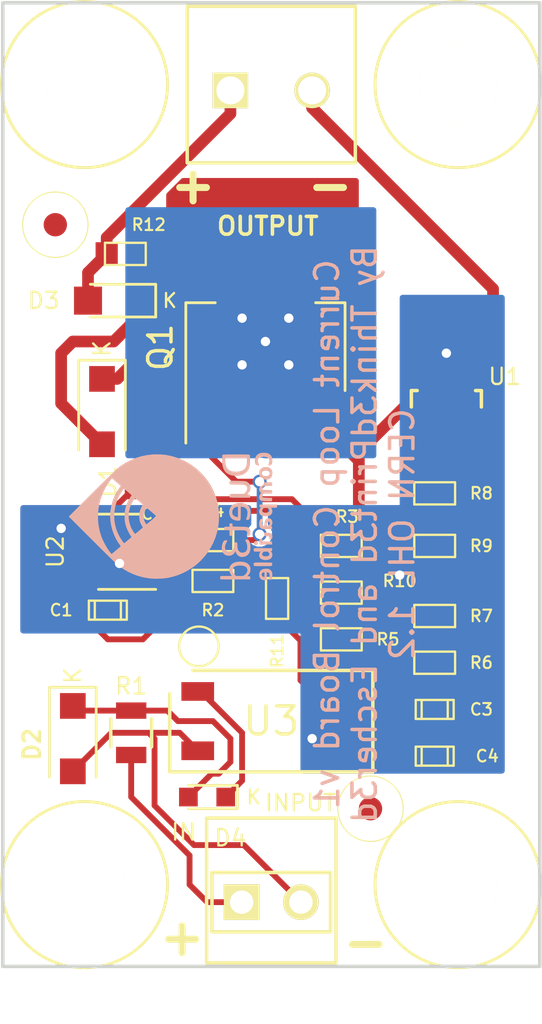
<source format=kicad_pcb>
(kicad_pcb (version 4) (host pcbnew 4.0.2-stable)

  (general
    (links 43)
    (no_connects 0)
    (area 108.031315 78.466 134.968685 123.92046)
    (thickness 1.6)
    (drawings 10)
    (tracks 194)
    (zones 0)
    (modules 33)
    (nets 19)
  )

  (page A4)
  (title_block
    (title "Current Loop Control Board")
    (date 2017-05-18)
    (rev 0.4)
    (company "Think3dPrint3d and Escher3d")
    (comment 1 "CERN OHL v1.2")
  )

  (layers
    (0 F.Cu signal)
    (31 B.Cu signal)
    (32 B.Adhes user)
    (33 F.Adhes user)
    (34 B.Paste user)
    (35 F.Paste user)
    (36 B.SilkS user)
    (37 F.SilkS user)
    (38 B.Mask user)
    (39 F.Mask user)
    (40 Dwgs.User user)
    (41 Cmts.User user)
    (42 Eco1.User user)
    (43 Eco2.User user)
    (44 Edge.Cuts user)
    (45 Margin user)
    (46 B.CrtYd user)
    (47 F.CrtYd user)
    (48 B.Fab user)
    (49 F.Fab user hide)
  )

  (setup
    (last_trace_width 0.25)
    (user_trace_width 0.4)
    (user_trace_width 0.5)
    (trace_clearance 0.2)
    (zone_clearance 0.23)
    (zone_45_only no)
    (trace_min 0.2)
    (segment_width 0.2)
    (edge_width 0.15)
    (via_size 0.6)
    (via_drill 0.4)
    (via_min_size 0.4)
    (via_min_drill 0.3)
    (uvia_size 0.3)
    (uvia_drill 0.1)
    (uvias_allowed no)
    (uvia_min_size 0.2)
    (uvia_min_drill 0.1)
    (pcb_text_width 0.3)
    (pcb_text_size 1.5 1.5)
    (mod_edge_width 0.15)
    (mod_text_size 1 1)
    (mod_text_width 0.15)
    (pad_size 3.4 3.4)
    (pad_drill 3.4)
    (pad_to_mask_clearance 0.2)
    (aux_axis_origin 0 0)
    (visible_elements 7FFFF77F)
    (pcbplotparams
      (layerselection 0x010f8_80000001)
      (usegerberextensions true)
      (excludeedgelayer true)
      (linewidth 0.100000)
      (plotframeref false)
      (viasonmask false)
      (mode 1)
      (useauxorigin true)
      (hpglpennumber 1)
      (hpglpenspeed 20)
      (hpglpendiameter 15)
      (hpglpenoverlay 2)
      (psnegative false)
      (psa4output false)
      (plotreference true)
      (plotvalue true)
      (plotinvisibletext false)
      (padsonsilk false)
      (subtractmaskfromsilk true)
      (outputformat 1)
      (mirror false)
      (drillshape 0)
      (scaleselection 1)
      (outputdirectory CurrentLoopInterfaceBoard_CAD))
  )

  (net 0 "")
  (net 1 "Net-(C1-Pad1)")
  (net 2 "Net-(C1-Pad2)")
  (net 3 "Net-(C2-Pad2)")
  (net 4 "Net-(C3-Pad1)")
  (net 5 "Net-(C4-Pad1)")
  (net 6 CONTROL_OUTPUT+)
  (net 7 "Net-(D1-Pad1)")
  (net 8 HEATER_INPUT-)
  (net 9 "Net-(D2-Pad1)")
  (net 10 HEATER_INPUT+)
  (net 11 CONTROL_OUTPUT-)
  (net 12 "Net-(Q1-Pad1)")
  (net 13 "Net-(R3-Pad1)")
  (net 14 "Net-(R4-Pad1)")
  (net 15 "Net-(R10-Pad2)")
  (net 16 "Net-(D1-Pad2)")
  (net 17 "Net-(D4-Pad1)")
  (net 18 "Net-(R6-Pad2)")

  (net_class Default "This is the default net class."
    (clearance 0.2)
    (trace_width 0.25)
    (via_dia 0.6)
    (via_drill 0.4)
    (uvia_dia 0.3)
    (uvia_drill 0.1)
    (add_net CONTROL_OUTPUT+)
    (add_net CONTROL_OUTPUT-)
    (add_net HEATER_INPUT+)
    (add_net HEATER_INPUT-)
    (add_net "Net-(C1-Pad1)")
    (add_net "Net-(C1-Pad2)")
    (add_net "Net-(C2-Pad2)")
    (add_net "Net-(C3-Pad1)")
    (add_net "Net-(C4-Pad1)")
    (add_net "Net-(D1-Pad1)")
    (add_net "Net-(D1-Pad2)")
    (add_net "Net-(D2-Pad1)")
    (add_net "Net-(D4-Pad1)")
    (add_net "Net-(Q1-Pad1)")
    (add_net "Net-(R10-Pad2)")
    (add_net "Net-(R3-Pad1)")
    (add_net "Net-(R4-Pad1)")
    (add_net "Net-(R6-Pad2)")
  )

  (module SOT-23 (layer F.Cu) (tedit 591DF0FB) (tstamp 591D59E5)
    (at 129 97)
    (descr "SOT-23, Standard")
    (tags SOT-23)
    (path /591CB087)
    (attr smd)
    (fp_text reference U1 (at 2.5 -1.25) (layer F.SilkS)
      (effects (font (size 0.7 0.7) (thickness 0.1)))
    )
    (fp_text value TLV431_B (at -4.318 -0.254) (layer F.SilkS) hide
      (effects (font (size 1 1) (thickness 0.15)))
    )
    (fp_line (start -1.65 -1.6) (end 1.65 -1.6) (layer F.CrtYd) (width 0.05))
    (fp_line (start 1.65 -1.6) (end 1.65 1.6) (layer F.CrtYd) (width 0.05))
    (fp_line (start 1.65 1.6) (end -1.65 1.6) (layer F.CrtYd) (width 0.05))
    (fp_line (start -1.65 1.6) (end -1.65 -1.6) (layer F.CrtYd) (width 0.05))
    (fp_line (start 1.29916 -0.65024) (end 1.2509 -0.65024) (layer F.SilkS) (width 0.15))
    (fp_line (start -1.49982 0.0508) (end -1.49982 -0.65024) (layer F.SilkS) (width 0.15))
    (fp_line (start -1.49982 -0.65024) (end -1.2509 -0.65024) (layer F.SilkS) (width 0.15))
    (fp_line (start 1.29916 -0.65024) (end 1.49982 -0.65024) (layer F.SilkS) (width 0.15))
    (fp_line (start 1.49982 -0.65024) (end 1.49982 0.0508) (layer F.SilkS) (width 0.15))
    (pad 1 smd rect (at -0.95 1.00076) (size 0.8001 0.8001) (layers F.Cu F.Paste F.Mask)
      (net 13 "Net-(R3-Pad1)"))
    (pad 2 smd rect (at 0.95 1.00076) (size 0.8001 0.8001) (layers F.Cu F.Paste F.Mask)
      (net 2 "Net-(C1-Pad2)"))
    (pad 3 smd rect (at 0 -0.99822) (size 0.8001 0.8001) (layers F.Cu F.Paste F.Mask)
      (net 3 "Net-(C2-Pad2)"))
    (model TO_SOT_Packages_SMD.3dshapes/SOT-23.wrl
      (at (xyz 0 0 0))
      (scale (xyz 1 1 1))
      (rotate (xyz 0 0 0))
    )
  )

  (module complib:Fixing_M3 (layer F.Cu) (tedit 587EA6A9) (tstamp 591D593D)
    (at 129.5 117.5)
    (path /591D305B)
    (fp_text reference M3 (at -0.21 -3.06) (layer F.SilkS) hide
      (effects (font (thickness 0.3048)))
    )
    (fp_text value Mounting (at 0 5.00126) (layer F.SilkS) hide
      (effects (font (thickness 0.3048)))
    )
    (fp_circle (center 0 0) (end -3.556 0) (layer F.SilkS) (width 0.127))
    (pad "" np_thru_hole circle (at 0 0) (size 3.4 3.4) (drill 3.4) (layers *.Cu *.Mask F.SilkS))
  )

  (module complib:Fixing_M3 (layer F.Cu) (tedit 587EA6A9) (tstamp 591D5943)
    (at 113.5 83.25)
    (path /591D267C)
    (fp_text reference M4 (at -0.21 -3.06) (layer F.SilkS) hide
      (effects (font (thickness 0.3048)))
    )
    (fp_text value Mounting (at 0 5.00126) (layer F.SilkS) hide
      (effects (font (thickness 0.3048)))
    )
    (fp_circle (center 0 0) (end -3.556 0) (layer F.SilkS) (width 0.127))
    (pad "" np_thru_hole circle (at 0 0) (size 3.4 3.4) (drill 3.4) (layers *.Cu *.Mask F.SilkS))
  )

  (module complib:C_0603 (layer F.Cu) (tedit 591DDD01) (tstamp 591D58E0)
    (at 114.5 105.75)
    (descr "SMT capacitor, 0603")
    (path /591B8E26)
    (fp_text reference C1 (at -2 0) (layer F.SilkS)
      (effects (font (size 0.5 0.5) (thickness 0.09)))
    )
    (fp_text value 1u (at 0 0) (layer F.SilkS) hide
      (effects (font (size 0.20066 0.20066) (thickness 0.04064)))
    )
    (fp_line (start 0.5588 0.4064) (end 0.5588 -0.4064) (layer F.SilkS) (width 0.1))
    (fp_line (start -0.5588 -0.381) (end -0.5588 0.4064) (layer F.SilkS) (width 0.1))
    (fp_line (start -0.8128 -0.4064) (end 0.8128 -0.4064) (layer F.SilkS) (width 0.1))
    (fp_line (start 0.8128 -0.4064) (end 0.8128 0.4064) (layer F.SilkS) (width 0.1))
    (fp_line (start 0.8128 0.4064) (end -0.8128 0.4064) (layer F.SilkS) (width 0.1))
    (fp_line (start -0.8128 0.4064) (end -0.8128 -0.4064) (layer F.SilkS) (width 0.1))
    (pad 1 smd rect (at 0.8001 0) (size 0.94996 1.00076) (layers F.Cu F.Paste F.Mask)
      (net 1 "Net-(C1-Pad1)"))
    (pad 2 smd rect (at -0.8001 0) (size 0.94996 1.00076) (layers F.Cu F.Paste F.Mask)
      (net 2 "Net-(C1-Pad2)"))
    (model smd/capacitors/c_0603.wrl
      (at (xyz 0 0 0))
      (scale (xyz 1 1 1))
      (rotate (xyz 0 0 0))
    )
  )

  (module complib:C_0603 (layer F.Cu) (tedit 57780D0D) (tstamp 591D58EC)
    (at 116.5 100.5)
    (descr "SMT capacitor, 0603")
    (path /591B7C02)
    (fp_text reference C2 (at -0.08218 1.1204) (layer F.SilkS)
      (effects (font (size 0.5 0.5) (thickness 0.09)))
    )
    (fp_text value "1u X5R/X7R" (at 0 0) (layer F.SilkS) hide
      (effects (font (size 0.20066 0.20066) (thickness 0.04064)))
    )
    (fp_line (start 0.5588 0.4064) (end 0.5588 -0.4064) (layer F.SilkS) (width 0.1))
    (fp_line (start -0.5588 -0.381) (end -0.5588 0.4064) (layer F.SilkS) (width 0.1))
    (fp_line (start -0.8128 -0.4064) (end 0.8128 -0.4064) (layer F.SilkS) (width 0.1))
    (fp_line (start 0.8128 -0.4064) (end 0.8128 0.4064) (layer F.SilkS) (width 0.1))
    (fp_line (start 0.8128 0.4064) (end -0.8128 0.4064) (layer F.SilkS) (width 0.1))
    (fp_line (start -0.8128 0.4064) (end -0.8128 -0.4064) (layer F.SilkS) (width 0.1))
    (pad 1 smd rect (at 0.8001 0) (size 0.94996 1.00076) (layers F.Cu F.Paste F.Mask)
      (net 2 "Net-(C1-Pad2)"))
    (pad 2 smd rect (at -0.8001 0) (size 0.94996 1.00076) (layers F.Cu F.Paste F.Mask)
      (net 3 "Net-(C2-Pad2)"))
    (model smd/capacitors/c_0603.wrl
      (at (xyz 0 0 0))
      (scale (xyz 1 1 1))
      (rotate (xyz 0 0 0))
    )
  )

  (module complib:C_0603 (layer F.Cu) (tedit 591DDD0B) (tstamp 591D58F8)
    (at 128.5 110)
    (descr "SMT capacitor, 0603")
    (path /591B78DF)
    (fp_text reference C3 (at 2 0) (layer F.SilkS)
      (effects (font (size 0.5 0.5) (thickness 0.09)))
    )
    (fp_text value "4u7 10% >=6.3V X5R/X7R" (at 0 0) (layer F.SilkS) hide
      (effects (font (size 0.20066 0.20066) (thickness 0.04064)))
    )
    (fp_line (start 0.5588 0.4064) (end 0.5588 -0.4064) (layer F.SilkS) (width 0.1))
    (fp_line (start -0.5588 -0.381) (end -0.5588 0.4064) (layer F.SilkS) (width 0.1))
    (fp_line (start -0.8128 -0.4064) (end 0.8128 -0.4064) (layer F.SilkS) (width 0.1))
    (fp_line (start 0.8128 -0.4064) (end 0.8128 0.4064) (layer F.SilkS) (width 0.1))
    (fp_line (start 0.8128 0.4064) (end -0.8128 0.4064) (layer F.SilkS) (width 0.1))
    (fp_line (start -0.8128 0.4064) (end -0.8128 -0.4064) (layer F.SilkS) (width 0.1))
    (pad 1 smd rect (at 0.8001 0) (size 0.94996 1.00076) (layers F.Cu F.Paste F.Mask)
      (net 4 "Net-(C3-Pad1)"))
    (pad 2 smd rect (at -0.8001 0) (size 0.94996 1.00076) (layers F.Cu F.Paste F.Mask)
      (net 3 "Net-(C2-Pad2)"))
    (model smd/capacitors/c_0603.wrl
      (at (xyz 0 0 0))
      (scale (xyz 1 1 1))
      (rotate (xyz 0 0 0))
    )
  )

  (module complib:C_0603 (layer F.Cu) (tedit 591DDD09) (tstamp 591D5904)
    (at 128.5 112)
    (descr "SMT capacitor, 0603")
    (path /591B7BBA)
    (fp_text reference C4 (at 2.25 0) (layer F.SilkS)
      (effects (font (size 0.5 0.5) (thickness 0.09)))
    )
    (fp_text value "4u7 10% >=6.3V X5R/X7R" (at 0 0) (layer F.SilkS) hide
      (effects (font (size 0.20066 0.20066) (thickness 0.04064)))
    )
    (fp_line (start 0.5588 0.4064) (end 0.5588 -0.4064) (layer F.SilkS) (width 0.1))
    (fp_line (start -0.5588 -0.381) (end -0.5588 0.4064) (layer F.SilkS) (width 0.1))
    (fp_line (start -0.8128 -0.4064) (end 0.8128 -0.4064) (layer F.SilkS) (width 0.1))
    (fp_line (start 0.8128 -0.4064) (end 0.8128 0.4064) (layer F.SilkS) (width 0.1))
    (fp_line (start 0.8128 0.4064) (end -0.8128 0.4064) (layer F.SilkS) (width 0.1))
    (fp_line (start -0.8128 0.4064) (end -0.8128 -0.4064) (layer F.SilkS) (width 0.1))
    (pad 1 smd rect (at 0.8001 0) (size 0.94996 1.00076) (layers F.Cu F.Paste F.Mask)
      (net 5 "Net-(C4-Pad1)"))
    (pad 2 smd rect (at -0.8001 0) (size 0.94996 1.00076) (layers F.Cu F.Paste F.Mask)
      (net 3 "Net-(C2-Pad2)"))
    (model smd/capacitors/c_0603.wrl
      (at (xyz 0 0 0))
      (scale (xyz 1 1 1))
      (rotate (xyz 0 0 0))
    )
  )

  (module complib:LOGO_Duet3dCompatible_xs (layer B.Cu) (tedit 0) (tstamp 591D5931)
    (at 117.25 101.75 270)
    (path /591D293A)
    (fp_text reference M1 (at 0 0 270) (layer B.SilkS) hide
      (effects (font (thickness 0.3)) (justify mirror))
    )
    (fp_text value Logo (at 0.75 0 270) (layer B.SilkS) hide
      (effects (font (thickness 0.3)) (justify mirror))
    )
    (fp_poly (pts (xy -0.162901 -3.742525) (xy -0.113641 -3.765425) (xy -0.075305 -3.798963) (xy -0.048119 -3.847015)
      (xy -0.031246 -3.911599) (xy -0.024381 -3.981174) (xy -0.023616 -4.032176) (xy -0.025677 -4.080515)
      (xy -0.030126 -4.117815) (xy -0.031924 -4.125832) (xy -0.058708 -4.190202) (xy -0.098582 -4.240255)
      (xy -0.148302 -4.274602) (xy -0.204624 -4.291853) (xy -0.264303 -4.290617) (xy -0.324096 -4.269503)
      (xy -0.342076 -4.258751) (xy -0.386522 -4.229339) (xy -0.386522 -4.355314) (xy -0.386823 -4.412824)
      (xy -0.389074 -4.451836) (xy -0.395299 -4.47594) (xy -0.40752 -4.488725) (xy -0.42776 -4.49378)
      (xy -0.458042 -4.494694) (xy -0.465076 -4.494696) (xy -0.495067 -4.491423) (xy -0.512615 -4.483082)
      (xy -0.514025 -4.480802) (xy -0.515228 -4.466737) (xy -0.51616 -4.433317) (xy -0.516801 -4.383269)
      (xy -0.517135 -4.319323) (xy -0.517143 -4.244208) (xy -0.516808 -4.160653) (xy -0.516439 -4.108084)
      (xy -0.515677 -4.014304) (xy -0.386522 -4.014304) (xy -0.386036 -4.056117) (xy -0.382833 -4.082969)
      (xy -0.374291 -4.101985) (xy -0.35779 -4.120291) (xy -0.342316 -4.134498) (xy -0.298898 -4.16501)
      (xy -0.260025 -4.173938) (xy -0.225606 -4.161294) (xy -0.212487 -4.149587) (xy -0.182909 -4.105275)
      (xy -0.16806 -4.049429) (xy -0.165652 -4.007709) (xy -0.172083 -3.945082) (xy -0.190039 -3.897897)
      (xy -0.21751 -3.867446) (xy -0.25249 -3.855019) (xy -0.29297 -3.861908) (xy -0.336943 -3.889404)
      (xy -0.342316 -3.894111) (xy -0.365105 -3.915581) (xy -0.378301 -3.933318) (xy -0.384525 -3.954449)
      (xy -0.386397 -3.986098) (xy -0.386522 -4.014304) (xy -0.515677 -4.014304) (xy -0.513522 -3.749261)
      (xy -0.463826 -3.749261) (xy -0.433127 -3.750309) (xy -0.41808 -3.756257) (xy -0.412257 -3.771309)
      (xy -0.410756 -3.783993) (xy -0.407382 -3.818725) (xy -0.35227 -3.781637) (xy -0.286575 -3.747006)
      (xy -0.223839 -3.733995) (xy -0.162901 -3.742525)) (layer B.SilkS) (width 0.01))
    (fp_poly (pts (xy -2.319777 -3.555845) (xy -2.260569 -3.576778) (xy -2.220476 -3.606258) (xy -2.200251 -3.643612)
      (xy -2.197821 -3.664656) (xy -2.199973 -3.700898) (xy -2.208318 -3.719806) (xy -2.226259 -3.722775)
      (xy -2.257198 -3.711201) (xy -2.281372 -3.698941) (xy -2.321895 -3.679361) (xy -2.353849 -3.669835)
      (xy -2.386948 -3.66802) (xy -2.405072 -3.669117) (xy -2.44573 -3.675275) (xy -2.475542 -3.688895)
      (xy -2.501566 -3.71082) (xy -2.535521 -3.750667) (xy -2.557637 -3.79522) (xy -2.569358 -3.84934)
      (xy -2.572132 -3.917891) (xy -2.571295 -3.94533) (xy -2.565485 -4.013648) (xy -2.553659 -4.065028)
      (xy -2.53394 -4.104227) (xy -2.504451 -4.136004) (xy -2.492255 -4.145672) (xy -2.454288 -4.162647)
      (xy -2.40382 -4.169975) (xy -2.348192 -4.167713) (xy -2.294744 -4.155921) (xy -2.265946 -4.143863)
      (xy -2.236216 -4.130464) (xy -2.214084 -4.124498) (xy -2.207968 -4.125189) (xy -2.199065 -4.141918)
      (xy -2.196917 -4.171013) (xy -2.200775 -4.204067) (xy -2.209893 -4.232672) (xy -2.218629 -4.245212)
      (xy -2.255909 -4.267263) (xy -2.308574 -4.283001) (xy -2.370647 -4.291726) (xy -2.436153 -4.292738)
      (xy -2.499113 -4.285337) (xy -2.519895 -4.280508) (xy -2.584537 -4.253025) (xy -2.642015 -4.209705)
      (xy -2.671984 -4.17519) (xy -2.699115 -4.129908) (xy -2.717152 -4.080631) (xy -2.727435 -4.021862)
      (xy -2.731305 -3.948105) (xy -2.731427 -3.931478) (xy -2.727335 -3.84385) (xy -2.713802 -3.771978)
      (xy -2.689426 -3.711044) (xy -2.652805 -3.656233) (xy -2.650434 -3.653332) (xy -2.599476 -3.60766)
      (xy -2.534403 -3.573699) (xy -2.460752 -3.553083) (xy -2.38406 -3.547443) (xy -2.319777 -3.555845)) (layer B.SilkS) (width 0.01))
    (fp_poly (pts (xy -1.772931 -3.743771) (xy -1.712182 -3.761338) (xy -1.664881 -3.792277) (xy -1.628079 -3.837946)
      (xy -1.625996 -3.84143) (xy -1.612248 -3.866638) (xy -1.603433 -3.889858) (xy -1.598471 -3.917078)
      (xy -1.596281 -3.954281) (xy -1.595783 -4.007452) (xy -1.595783 -4.008783) (xy -1.597143 -4.072424)
      (xy -1.602484 -4.119725) (xy -1.613699 -4.156334) (xy -1.632679 -4.187901) (xy -1.661316 -4.220073)
      (xy -1.669151 -4.227842) (xy -1.718183 -4.261842) (xy -1.78097 -4.284411) (xy -1.8517 -4.294361)
      (xy -1.924561 -4.290505) (xy -1.95074 -4.285378) (xy -2.013158 -4.260126) (xy -2.062509 -4.217129)
      (xy -2.093287 -4.168781) (xy -2.107269 -4.137936) (xy -2.115597 -4.110877) (xy -2.119377 -4.080488)
      (xy -2.119716 -4.03965) (xy -2.118668 -4.005556) (xy -2.11772 -3.987071) (xy -1.975012 -3.987071)
      (xy -1.97497 -4.037255) (xy -1.972083 -4.081062) (xy -1.967333 -4.109385) (xy -1.958448 -4.128821)
      (xy -1.943153 -4.145971) (xy -1.934923 -4.153497) (xy -1.892908 -4.178494) (xy -1.846564 -4.185784)
      (xy -1.802503 -4.174728) (xy -1.790334 -4.16747) (xy -1.760159 -4.133375) (xy -1.740957 -4.082544)
      (xy -1.733844 -4.01801) (xy -1.733826 -4.014304) (xy -1.740549 -3.946458) (xy -1.760339 -3.895006)
      (xy -1.792633 -3.860738) (xy -1.836865 -3.844445) (xy -1.856272 -3.843131) (xy -1.905127 -3.852144)
      (xy -1.941217 -3.879162) (xy -1.964519 -3.92415) (xy -1.975012 -3.987071) (xy -2.11772 -3.987071)
      (xy -2.116031 -3.954191) (xy -2.111587 -3.91802) (xy -2.103708 -3.890151) (xy -2.090771 -3.863693)
      (xy -2.081597 -3.848352) (xy -2.041375 -3.798097) (xy -1.99145 -3.763933) (xy -1.928847 -3.744445)
      (xy -1.85059 -3.738218) (xy -1.850077 -3.738217) (xy -1.772931 -3.743771)) (layer B.SilkS) (width 0.01))
    (fp_poly (pts (xy 0.351206 -3.736593) (xy 0.412506 -3.750012) (xy 0.462278 -3.774111) (xy 0.484942 -3.794017)
      (xy 0.500572 -3.814303) (xy 0.512281 -3.836931) (xy 0.520525 -3.865168) (xy 0.525759 -3.902283)
      (xy 0.528438 -3.951542) (xy 0.529016 -4.016214) (xy 0.527948 -4.099566) (xy 0.52789 -4.102652)
      (xy 0.524565 -4.279348) (xy 0.469846 -4.279348) (xy 0.436674 -4.27816) (xy 0.419154 -4.272684)
      (xy 0.410895 -4.260048) (xy 0.408635 -4.251851) (xy 0.402029 -4.234296) (xy 0.394272 -4.237223)
      (xy 0.39297 -4.239196) (xy 0.372785 -4.25695) (xy 0.33839 -4.274215) (xy 0.29752 -4.287976)
      (xy 0.257907 -4.29522) (xy 0.248057 -4.295671) (xy 0.209681 -4.290463) (xy 0.167334 -4.277039)
      (xy 0.154188 -4.271065) (xy 0.106408 -4.236588) (xy 0.077778 -4.191506) (xy 0.068899 -4.136875)
      (xy 0.06948 -4.127432) (xy 0.209826 -4.127432) (xy 0.218626 -4.163041) (xy 0.241882 -4.186348)
      (xy 0.274873 -4.196012) (xy 0.312881 -4.190695) (xy 0.351188 -4.169058) (xy 0.352544 -4.167931)
      (xy 0.376506 -4.142388) (xy 0.385712 -4.11379) (xy 0.386522 -4.096149) (xy 0.386522 -4.052957)
      (xy 0.327272 -4.052957) (xy 0.274844 -4.059309) (xy 0.236219 -4.077228) (xy 0.214089 -4.105004)
      (xy 0.209826 -4.127432) (xy 0.06948 -4.127432) (xy 0.069806 -4.122138) (xy 0.083353 -4.068758)
      (xy 0.112648 -4.027315) (xy 0.158822 -3.997046) (xy 0.223009 -3.977187) (xy 0.299585 -3.967411)
      (xy 0.386522 -3.961453) (xy 0.386522 -3.924379) (xy 0.377465 -3.884481) (xy 0.363035 -3.863818)
      (xy 0.34671 -3.850744) (xy 0.327022 -3.844639) (xy 0.296828 -3.844098) (xy 0.271428 -3.845799)
      (xy 0.227873 -3.851939) (xy 0.187536 -3.861989) (xy 0.166917 -3.870085) (xy 0.132605 -3.883248)
      (xy 0.111317 -3.879083) (xy 0.10107 -3.856465) (xy 0.099391 -3.831813) (xy 0.100874 -3.804006)
      (xy 0.108917 -3.787165) (xy 0.128917 -3.773976) (xy 0.148797 -3.764817) (xy 0.214284 -3.743555)
      (xy 0.283442 -3.734294) (xy 0.351206 -3.736593)) (layer B.SilkS) (width 0.01))
    (fp_poly (pts (xy 0.795036 -3.613438) (xy 0.816695 -3.623295) (xy 0.826191 -3.645586) (xy 0.828261 -3.683908)
      (xy 0.828261 -3.743192) (xy 1.007717 -3.746227) (xy 1.187174 -3.749261) (xy 1.187174 -4.279348)
      (xy 1.065696 -4.279348) (xy 1.062696 -4.066761) (xy 1.059697 -3.854174) (xy 0.828261 -3.854174)
      (xy 0.828261 -3.99695) (xy 0.828985 -4.064194) (xy 0.832076 -4.112341) (xy 0.838917 -4.144361)
      (xy 0.850887 -4.16322) (xy 0.869368 -4.171888) (xy 0.89574 -4.173333) (xy 0.90991 -4.172469)
      (xy 0.955261 -4.168913) (xy 0.955261 -4.218283) (xy 0.95318 -4.251038) (xy 0.944656 -4.269764)
      (xy 0.927652 -4.28162) (xy 0.89585 -4.290783) (xy 0.853907 -4.294679) (xy 0.813271 -4.292694)
      (xy 0.795131 -4.288712) (xy 0.760473 -4.27531) (xy 0.734378 -4.258915) (xy 0.71554 -4.236329)
      (xy 0.702654 -4.204354) (xy 0.694412 -4.15979) (xy 0.68951 -4.099439) (xy 0.68672 -4.0232)
      (xy 0.682364 -3.855399) (xy 0.647639 -3.852026) (xy 0.626259 -3.848449) (xy 0.616147 -3.838955)
      (xy 0.613101 -3.817119) (xy 0.612913 -3.798957) (xy 0.613931 -3.768276) (xy 0.619884 -3.753237)
      (xy 0.635119 -3.7474) (xy 0.648804 -3.7458) (xy 0.669564 -3.742777) (xy 0.680219 -3.734999)
      (xy 0.684139 -3.716615) (xy 0.684696 -3.683482) (xy 0.686922 -3.644576) (xy 0.696782 -3.622766)
      (xy 0.719049 -3.613249) (xy 0.756478 -3.611217) (xy 0.795036 -3.613438)) (layer B.SilkS) (width 0.01))
    (fp_poly (pts (xy 1.450621 -3.504145) (xy 1.474306 -3.511516) (xy 1.477617 -3.514035) (xy 1.484338 -3.532663)
      (xy 1.488699 -3.572849) (xy 1.490715 -3.634765) (xy 1.49087 -3.662789) (xy 1.49087 -3.798291)
      (xy 1.530633 -3.771307) (xy 1.588401 -3.743517) (xy 1.64842 -3.734467) (xy 1.70647 -3.743184)
      (xy 1.758333 -3.768693) (xy 1.799788 -3.81002) (xy 1.81567 -3.837098) (xy 1.839717 -3.908954)
      (xy 1.849975 -3.989228) (xy 1.846491 -4.070692) (xy 1.829313 -4.146119) (xy 1.813393 -4.183678)
      (xy 1.7762 -4.233889) (xy 1.726616 -4.270097) (xy 1.669505 -4.290493) (xy 1.609729 -4.293268)
      (xy 1.557209 -4.278996) (xy 1.523893 -4.260625) (xy 1.495249 -4.23959) (xy 1.493709 -4.238176)
      (xy 1.468783 -4.214759) (xy 1.468783 -4.244082) (xy 1.45984 -4.269649) (xy 1.432909 -4.282708)
      (xy 1.387838 -4.28333) (xy 1.38453 -4.282971) (xy 1.352826 -4.279348) (xy 1.3508 -4.014304)
      (xy 1.49087 -4.014304) (xy 1.491215 -4.059428) (xy 1.493514 -4.088571) (xy 1.499662 -4.107841)
      (xy 1.511551 -4.123344) (xy 1.529906 -4.14016) (xy 1.573239 -4.167717) (xy 1.615415 -4.173239)
      (xy 1.64609 -4.163064) (xy 1.674926 -4.135261) (xy 1.693225 -4.088971) (xy 1.700566 -4.02534)
      (xy 1.700696 -4.014304) (xy 1.694622 -3.950067) (xy 1.677606 -3.900996) (xy 1.651457 -3.868425)
      (xy 1.617984 -3.853688) (xy 1.578997 -3.858117) (xy 1.536304 -3.883046) (xy 1.529906 -3.888448)
      (xy 1.510802 -3.906033) (xy 1.49924 -3.921579) (xy 1.493327 -3.941192) (xy 1.491168 -3.97098)
      (xy 1.49087 -4.014304) (xy 1.3508 -4.014304) (xy 1.349918 -3.899091) (xy 1.349273 -3.792355)
      (xy 1.34917 -3.705867) (xy 1.349661 -3.637796) (xy 1.350798 -3.586308) (xy 1.352632 -3.549569)
      (xy 1.355217 -3.525748) (xy 1.358603 -3.513012) (xy 1.360961 -3.509977) (xy 1.384246 -3.503038)
      (xy 1.417367 -3.501207) (xy 1.450621 -3.504145)) (layer B.SilkS) (width 0.01))
    (fp_poly (pts (xy 2.561553 -3.745852) (xy 2.622592 -3.768922) (xy 2.668145 -3.807675) (xy 2.698457 -3.862358)
      (xy 2.713773 -3.933218) (xy 2.715856 -3.97171) (xy 2.714909 -4.012096) (xy 2.710126 -4.03522)
      (xy 2.700469 -4.04573) (xy 2.699227 -4.046253) (xy 2.682214 -4.048698) (xy 2.6477 -4.050743)
      (xy 2.600273 -4.05221) (xy 2.544516 -4.052919) (xy 2.528053 -4.052957) (xy 2.374348 -4.052957)
      (xy 2.374348 -4.081291) (xy 2.383909 -4.123796) (xy 2.410872 -4.155984) (xy 2.452656 -4.176947)
      (xy 2.506679 -4.185779) (xy 2.570362 -4.181571) (xy 2.623832 -4.169033) (xy 2.656349 -4.159602)
      (xy 2.6798 -4.153595) (xy 2.686326 -4.152467) (xy 2.691242 -4.162274) (xy 2.694211 -4.18725)
      (xy 2.694609 -4.202607) (xy 2.693198 -4.23426) (xy 2.685732 -4.252015) (xy 2.66736 -4.264027)
      (xy 2.654835 -4.269485) (xy 2.613596 -4.280964) (xy 2.559187 -4.288476) (xy 2.499776 -4.291654)
      (xy 2.443527 -4.290136) (xy 2.398609 -4.283557) (xy 2.390682 -4.28127) (xy 2.336063 -4.258248)
      (xy 2.296799 -4.228003) (xy 2.266209 -4.184851) (xy 2.257357 -4.167787) (xy 2.243383 -4.137034)
      (xy 2.235114 -4.110282) (xy 2.231463 -4.080397) (xy 2.231346 -4.040244) (xy 2.232642 -4.005436)
      (xy 2.239196 -3.941973) (xy 2.374348 -3.941973) (xy 2.375797 -3.952428) (xy 2.382865 -3.95905)
      (xy 2.39963 -3.962709) (xy 2.430174 -3.964272) (xy 2.478575 -3.964609) (xy 2.587064 -3.964609)
      (xy 2.58047 -3.923196) (xy 2.564087 -3.880279) (xy 2.533684 -3.849396) (xy 2.494442 -3.833274)
      (xy 2.451542 -3.834638) (xy 2.428954 -3.843458) (xy 2.405781 -3.865005) (xy 2.385911 -3.898274)
      (xy 2.375018 -3.93303) (xy 2.374348 -3.941973) (xy 2.239196 -3.941973) (xy 2.240658 -3.927818)
      (xy 2.258303 -3.867131) (xy 2.287431 -3.81963) (xy 2.329896 -3.781573) (xy 2.349794 -3.768881)
      (xy 2.381773 -3.752157) (xy 2.41185 -3.742813) (xy 2.448801 -3.738853) (xy 2.484783 -3.738217)
      (xy 2.561553 -3.745852)) (layer B.SilkS) (width 0.01))
    (fp_poly (pts (xy -1.118738 -3.741663) (xy -1.069548 -3.765971) (xy -1.040102 -3.793382) (xy -1.016321 -3.823614)
      (xy -0.978456 -3.790367) (xy -0.925769 -3.755783) (xy -0.868049 -3.73751) (xy -0.810443 -3.736145)
      (xy -0.7581 -3.752279) (xy -0.740869 -3.762969) (xy -0.717081 -3.783265) (xy -0.698929 -3.807082)
      (xy -0.68559 -3.837666) (xy -0.676242 -3.878264) (xy -0.670061 -3.932124) (xy -0.666224 -4.002493)
      (xy -0.664469 -4.064427) (xy -0.663027 -4.139961) (xy -0.663156 -4.196174) (xy -0.665906 -4.235825)
      (xy -0.672321 -4.261673) (xy -0.683451 -4.276478) (xy -0.700342 -4.282998) (xy -0.724042 -4.283994)
      (xy -0.747338 -4.282749) (xy -0.800652 -4.279348) (xy -0.806174 -4.087847) (xy -0.808299 -4.018457)
      (xy -0.810406 -3.967735) (xy -0.813004 -3.932269) (xy -0.816597 -3.908648) (xy -0.821695 -3.893458)
      (xy -0.828804 -3.883288) (xy -0.837767 -3.87526) (xy -0.872864 -3.856948) (xy -0.908936 -3.859385)
      (xy -0.948243 -3.882826) (xy -0.954877 -3.888448) (xy -0.993913 -3.922723) (xy -0.993913 -4.097093)
      (xy -0.994195 -4.164035) (xy -0.995247 -4.212074) (xy -0.997373 -4.244388) (xy -1.000883 -4.264156)
      (xy -1.006081 -4.274558) (xy -1.011381 -4.278166) (xy -1.037507 -4.283271) (xy -1.071818 -4.284425)
      (xy -1.104023 -4.281805) (xy -1.122897 -4.276246) (xy -1.128646 -4.26271) (xy -1.133217 -4.22966)
      (xy -1.136677 -4.1763) (xy -1.139096 -4.101831) (xy -1.139462 -4.084281) (xy -1.141043 -4.01526)
      (xy -1.143002 -3.964816) (xy -1.145757 -3.929438) (xy -1.149724 -3.905616) (xy -1.155319 -3.88984)
      (xy -1.162961 -3.8786) (xy -1.164038 -3.877387) (xy -1.195235 -3.857278) (xy -1.232277 -3.85745)
      (xy -1.272783 -3.877687) (xy -1.286181 -3.888448) (xy -1.325217 -3.922723) (xy -1.325217 -4.097093)
      (xy -1.3255 -4.164035) (xy -1.326551 -4.212074) (xy -1.328678 -4.244388) (xy -1.332187 -4.264156)
      (xy -1.337385 -4.274558) (xy -1.342686 -4.278166) (xy -1.3695 -4.283387) (xy -1.404359 -4.284371)
      (xy -1.436873 -4.281352) (xy -1.455187 -4.275637) (xy -1.459828 -4.267591) (xy -1.463238 -4.248705)
      (xy -1.465507 -4.216792) (xy -1.466726 -4.169664) (xy -1.466985 -4.105133) (xy -1.466375 -4.021013)
      (xy -1.46623 -4.008002) (xy -1.463261 -3.749261) (xy -1.408043 -3.749261) (xy -1.375222 -3.75004)
      (xy -1.358199 -3.754943) (xy -1.350687 -3.767815) (xy -1.347304 -3.786421) (xy -1.341783 -3.82358)
      (xy -1.319696 -3.798665) (xy -1.284744 -3.770654) (xy -1.238249 -3.747673) (xy -1.190753 -3.734448)
      (xy -1.173015 -3.732938) (xy -1.118738 -3.741663)) (layer B.SilkS) (width 0.01))
    (fp_poly (pts (xy 2.07177 -3.501007) (xy 2.083802 -3.504479) (xy 2.09296 -3.51303) (xy 2.099633 -3.528787)
      (xy 2.10421 -3.553879) (xy 2.107081 -3.590434) (xy 2.108637 -3.640581) (xy 2.109266 -3.706447)
      (xy 2.109359 -3.790161) (xy 2.109304 -3.892826) (xy 2.109367 -3.996468) (xy 2.109281 -4.080143)
      (xy 2.108639 -4.145966) (xy 2.107033 -4.196056) (xy 2.104053 -4.23253) (xy 2.099293 -4.257506)
      (xy 2.092342 -4.2731) (xy 2.082793 -4.281431) (xy 2.070238 -4.284614) (xy 2.054268 -4.284769)
      (xy 2.034475 -4.284012) (xy 2.033858 -4.283998) (xy 2.003141 -4.28197) (xy 1.981238 -4.278152)
      (xy 1.979544 -4.277556) (xy 1.975654 -4.271068) (xy 1.972511 -4.253888) (xy 1.970051 -4.224254)
      (xy 1.968211 -4.180407) (xy 1.966927 -4.120586) (xy 1.966137 -4.043029) (xy 1.965778 -3.945977)
      (xy 1.965739 -3.893087) (xy 1.965684 -3.789547) (xy 1.96578 -3.705965) (xy 1.966415 -3.640214)
      (xy 1.967978 -3.590165) (xy 1.97086 -3.553691) (xy 1.975448 -3.528665) (xy 1.982134 -3.512959)
      (xy 1.991305 -3.504445) (xy 2.003351 -3.500997) (xy 2.018663 -3.500485) (xy 2.037522 -3.500783)
      (xy 2.056473 -3.500484) (xy 2.07177 -3.501007)) (layer B.SilkS) (width 0.01))
    (fp_poly (pts (xy 1.164856 -3.51573) (xy 1.18999 -3.529838) (xy 1.201613 -3.557746) (xy 1.203739 -3.589131)
      (xy 1.201585 -3.625144) (xy 1.193762 -3.645672) (xy 1.182378 -3.655003) (xy 1.149856 -3.664618)
      (xy 1.112245 -3.66527) (xy 1.079505 -3.657467) (xy 1.066485 -3.649081) (xy 1.054681 -3.626248)
      (xy 1.049202 -3.59322) (xy 1.049131 -3.589131) (xy 1.056173 -3.547316) (xy 1.077832 -3.521892)
      (xy 1.114902 -3.512019) (xy 1.122428 -3.511826) (xy 1.164856 -3.51573)) (layer B.SilkS) (width 0.01))
    (fp_poly (pts (xy -1.415619 -2.463715) (xy -1.402279 -2.468719) (xy -1.392805 -2.480037) (xy -1.386541 -2.500155)
      (xy -1.382828 -2.53156) (xy -1.381009 -2.57674) (xy -1.380426 -2.638182) (xy -1.380421 -2.718373)
      (xy -1.380435 -2.750464) (xy -1.380065 -2.852433) (xy -1.378686 -2.934966) (xy -1.375891 -3.000704)
      (xy -1.371275 -3.05229) (xy -1.364432 -3.092365) (xy -1.354957 -3.123572) (xy -1.342443 -3.148554)
      (xy -1.326486 -3.169951) (xy -1.313982 -3.183283) (xy -1.284653 -3.208737) (xy -1.255596 -3.222605)
      (xy -1.219186 -3.227225) (xy -1.17613 -3.225582) (xy -1.131955 -3.212629) (xy -1.080805 -3.180401)
      (xy -1.024327 -3.129956) (xy -1.018761 -3.124272) (xy -0.971826 -3.075836) (xy -0.971826 -2.780698)
      (xy -0.971752 -2.69219) (xy -0.971412 -2.62321) (xy -0.970626 -2.571199) (xy -0.969218 -2.533596)
      (xy -0.967008 -2.507845) (xy -0.963818 -2.491384) (xy -0.95947 -2.481655) (xy -0.953786 -2.476099)
      (xy -0.950465 -2.474128) (xy -0.922122 -2.465619) (xy -0.886505 -2.463088) (xy -0.853018 -2.46639)
      (xy -0.831063 -2.475385) (xy -0.830469 -2.475948) (xy -0.826827 -2.485768) (xy -0.823844 -2.508237)
      (xy -0.821475 -2.544827) (xy -0.819676 -2.597009) (xy -0.818402 -2.666257) (xy -0.817607 -2.754043)
      (xy -0.817249 -2.86184) (xy -0.817217 -2.911955) (xy -0.817217 -3.33471) (xy -0.843298 -3.341256)
      (xy -0.873085 -3.344846) (xy -0.906798 -3.344227) (xy -0.92794 -3.341286) (xy -0.939429 -3.33389)
      (xy -0.944709 -3.316407) (xy -0.947222 -3.283206) (xy -0.947515 -3.27763) (xy -0.950813 -3.214607)
      (xy -1.01813 -3.268852) (xy -1.058356 -3.298152) (xy -1.100063 -3.323578) (xy -1.134462 -3.339791)
      (xy -1.135517 -3.340157) (xy -1.198548 -3.353324) (xy -1.268867 -3.354934) (xy -1.335269 -3.34504)
      (xy -1.354781 -3.339129) (xy -1.404073 -3.311711) (xy -1.450136 -3.268232) (xy -1.487664 -3.214619)
      (xy -1.508182 -3.167766) (xy -1.5141 -3.145332) (xy -1.518895 -3.117276) (xy -1.522748 -3.080837)
      (xy -1.525839 -3.033252) (xy -1.528351 -2.971757) (xy -1.530463 -2.89359) (xy -1.532285 -2.800307)
      (xy -1.533899 -2.705172) (xy -1.534752 -2.62982) (xy -1.534327 -2.571945) (xy -1.532108 -2.529244)
      (xy -1.527577 -2.499414) (xy -1.520218 -2.480151) (xy -1.509514 -2.46915) (xy -1.494947 -2.464108)
      (xy -1.476001 -2.462721) (xy -1.456532 -2.462696) (xy -1.433484 -2.462536) (xy -1.415619 -2.463715)) (layer B.SilkS) (width 0.01))
    (fp_poly (pts (xy -0.138854 -2.456285) (xy -0.052875 -2.475741) (xy 0.020514 -2.512616) (xy 0.080177 -2.565855)
      (xy 0.124978 -2.634403) (xy 0.153781 -2.717206) (xy 0.16545 -2.813208) (xy 0.165652 -2.828509)
      (xy 0.165533 -2.859795) (xy 0.16361 -2.884444) (xy 0.15753 -2.903248) (xy 0.144945 -2.916995)
      (xy 0.123501 -2.926478) (xy 0.090849 -2.932486) (xy 0.044638 -2.93581) (xy -0.017483 -2.937241)
      (xy -0.097866 -2.937569) (xy -0.158639 -2.937565) (xy -0.433842 -2.937565) (xy -0.426902 -3.003962)
      (xy -0.41022 -3.08131) (xy -0.378413 -3.144351) (xy -0.332483 -3.191739) (xy -0.273432 -3.222129)
      (xy -0.26178 -3.225611) (xy -0.210317 -3.233269) (xy -0.146272 -3.233714) (xy -0.077713 -3.227566)
      (xy -0.012706 -3.21545) (xy 0.027609 -3.203289) (xy 0.073304 -3.186753) (xy 0.102351 -3.178955)
      (xy 0.118759 -3.180813) (xy 0.126536 -3.193247) (xy 0.12969 -3.217174) (xy 0.13034 -3.226823)
      (xy 0.130091 -3.257194) (xy 0.122651 -3.27982) (xy 0.104766 -3.297297) (xy 0.073184 -3.312222)
      (xy 0.024653 -3.327192) (xy -0.00524 -3.335058) (xy -0.08056 -3.349145) (xy -0.161393 -3.355556)
      (xy -0.239671 -3.354126) (xy -0.307327 -3.344693) (xy -0.320261 -3.341451) (xy -0.401992 -3.308376)
      (xy -0.469271 -3.258743) (xy -0.521781 -3.192962) (xy -0.559211 -3.111443) (xy -0.581244 -3.014597)
      (xy -0.583279 -2.998077) (xy -0.587948 -2.884266) (xy -0.578618 -2.80091) (xy -0.430696 -2.80091)
      (xy -0.430696 -2.827131) (xy 0.024595 -2.827131) (xy 0.017248 -2.774674) (xy 0.000238 -2.707112)
      (xy -0.029085 -2.650153) (xy -0.068153 -2.608303) (xy -0.083475 -2.59816) (xy -0.13929 -2.577564)
      (xy -0.201335 -2.572533) (xy -0.26364 -2.581983) (xy -0.320232 -2.604832) (xy -0.365143 -2.64)
      (xy -0.374013 -2.650815) (xy -0.39785 -2.691006) (xy -0.41741 -2.738142) (xy -0.42902 -2.782492)
      (xy -0.430696 -2.80091) (xy -0.578618 -2.80091) (xy -0.576374 -2.780868) (xy -0.549409 -2.68922)
      (xy -0.507909 -2.610657) (xy -0.452728 -2.546515) (xy -0.384719 -2.498132) (xy -0.304738 -2.466843)
      (xy -0.236286 -2.455303) (xy -0.138854 -2.456285)) (layer B.SilkS) (width 0.01))
    (fp_poly (pts (xy 0.530087 -2.238031) (xy 0.568739 -2.247348) (xy 0.571896 -2.354652) (xy 0.575052 -2.461957)
      (xy 0.811696 -2.468217) (xy 0.811696 -2.578652) (xy 0.695739 -2.584174) (xy 0.579783 -2.589696)
      (xy 0.576442 -2.816087) (xy 0.575351 -2.912377) (xy 0.575438 -2.989266) (xy 0.577009 -3.049424)
      (xy 0.580372 -3.095519) (xy 0.585832 -3.130222) (xy 0.593697 -3.1562) (xy 0.604273 -3.176124)
      (xy 0.617868 -3.192662) (xy 0.619971 -3.194801) (xy 0.642625 -3.214745) (xy 0.663562 -3.222867)
      (xy 0.692965 -3.22232) (xy 0.704529 -3.220991) (xy 0.743462 -3.215409) (xy 0.778516 -3.209145)
      (xy 0.787474 -3.207184) (xy 0.818469 -3.199795) (xy 0.815083 -3.259088) (xy 0.811559 -3.295116)
      (xy 0.804297 -3.315833) (xy 0.790392 -3.327997) (xy 0.784087 -3.331177) (xy 0.757906 -3.33952)
      (xy 0.72141 -3.346856) (xy 0.682918 -3.352019) (xy 0.650748 -3.353844) (xy 0.635 -3.352062)
      (xy 0.617497 -3.347666) (xy 0.588645 -3.342104) (xy 0.582869 -3.341117) (xy 0.546571 -3.329027)
      (xy 0.511211 -3.308338) (xy 0.506824 -3.304837) (xy 0.487434 -3.287512) (xy 0.471936 -3.269947)
      (xy 0.459839 -3.249484) (xy 0.450651 -3.223467) (xy 0.443879 -3.18924) (xy 0.439033 -3.144146)
      (xy 0.435621 -3.085527) (xy 0.433152 -3.010727) (xy 0.431134 -2.917089) (xy 0.430696 -2.893391)
      (xy 0.425174 -2.589696) (xy 0.292652 -2.578652) (xy 0.292652 -2.468217) (xy 0.361674 -2.46493)
      (xy 0.430696 -2.461642) (xy 0.430696 -2.356982) (xy 0.430918 -2.308348) (xy 0.432388 -2.277186)
      (xy 0.436309 -2.258882) (xy 0.443884 -2.248821) (xy 0.456315 -2.242389) (xy 0.461065 -2.240518)
      (xy 0.502039 -2.234323) (xy 0.530087 -2.238031)) (layer B.SilkS) (width 0.01))
    (fp_poly (pts (xy 1.433547 -2.141681) (xy 1.497228 -2.159044) (xy 1.505095 -2.162349) (xy 1.566324 -2.200349)
      (xy 1.6131 -2.251437) (xy 1.64538 -2.31207) (xy 1.663123 -2.378705) (xy 1.666286 -2.4478)
      (xy 1.654829 -2.515811) (xy 1.62871 -2.579197) (xy 1.587887 -2.634415) (xy 1.532318 -2.677921)
      (xy 1.51128 -2.688854) (xy 1.458342 -2.71338) (xy 1.503969 -2.72705) (xy 1.576008 -2.758723)
      (xy 1.637298 -2.805725) (xy 1.684223 -2.864528) (xy 1.713 -2.930985) (xy 1.718976 -2.97014)
      (xy 1.720012 -3.018219) (xy 1.718399 -3.042478) (xy 1.699301 -3.12768) (xy 1.661423 -3.201907)
      (xy 1.605959 -3.263604) (xy 1.534106 -3.31122) (xy 1.499765 -3.326476) (xy 1.443128 -3.34195)
      (xy 1.37264 -3.351433) (xy 1.295776 -3.354689) (xy 1.220009 -3.351485) (xy 1.152812 -3.341586)
      (xy 1.137478 -3.337836) (xy 1.093268 -3.323988) (xy 1.05172 -3.307882) (xy 1.027044 -3.295832)
      (xy 1.00419 -3.280522) (xy 0.992123 -3.263848) (xy 0.986739 -3.237851) (xy 0.984999 -3.21428)
      (xy 0.984763 -3.171692) (xy 0.991408 -3.148685) (xy 1.006811 -3.143327) (xy 1.032852 -3.153687)
      (xy 1.039969 -3.15775) (xy 1.114411 -3.193293) (xy 1.193498 -3.216398) (xy 1.272982 -3.22693)
      (xy 1.348619 -3.224755) (xy 1.416161 -3.209738) (xy 1.471362 -3.181745) (xy 1.483743 -3.171818)
      (xy 1.514628 -3.131484) (xy 1.535538 -3.07825) (xy 1.544815 -3.019679) (xy 1.5408 -2.963331)
      (xy 1.534341 -2.941045) (xy 1.5077 -2.896243) (xy 1.465049 -2.854131) (xy 1.419087 -2.824095)
      (xy 1.392616 -2.812895) (xy 1.35993 -2.804922) (xy 1.315966 -2.799316) (xy 1.255664 -2.795219)
      (xy 1.246042 -2.794737) (xy 1.194709 -2.791638) (xy 1.151672 -2.787902) (xy 1.121611 -2.784011)
      (xy 1.109356 -2.780632) (xy 1.101951 -2.761644) (xy 1.100097 -2.731795) (xy 1.103252 -2.700559)
      (xy 1.110873 -2.677407) (xy 1.115565 -2.672181) (xy 1.133695 -2.667382) (xy 1.167588 -2.663689)
      (xy 1.210925 -2.661711) (xy 1.225826 -2.66154) (xy 1.3128 -2.654126) (xy 1.383416 -2.632645)
      (xy 1.437298 -2.597398) (xy 1.474072 -2.548683) (xy 1.493362 -2.486803) (xy 1.496391 -2.444986)
      (xy 1.491252 -2.388229) (xy 1.473439 -2.344784) (xy 1.439359 -2.307864) (xy 1.413678 -2.288761)
      (xy 1.386726 -2.274156) (xy 1.355375 -2.266486) (xy 1.311581 -2.26396) (xy 1.302165 -2.263913)
      (xy 1.265105 -2.264928) (xy 1.234434 -2.2693) (xy 1.203336 -2.279023) (xy 1.164994 -2.296091)
      (xy 1.126842 -2.315189) (xy 1.084347 -2.335925) (xy 1.0493 -2.351183) (xy 1.026156 -2.35913)
      (xy 1.019421 -2.359363) (xy 1.012466 -2.340016) (xy 1.011668 -2.308423) (xy 1.016146 -2.273272)
      (xy 1.025019 -2.243254) (xy 1.032449 -2.230912) (xy 1.075989 -2.196724) (xy 1.135672 -2.169274)
      (xy 1.206385 -2.149302) (xy 1.283011 -2.137552) (xy 1.360436 -2.134764) (xy 1.433547 -2.141681)) (layer B.SilkS) (width 0.01))
    (fp_poly (pts (xy 2.615447 -2.0653) (xy 2.64618 -2.067698) (xy 2.668141 -2.073349) (xy 2.669853 -2.074291)
      (xy 2.672913 -2.080556) (xy 2.675471 -2.096095) (xy 2.677551 -2.122347) (xy 2.679178 -2.160753)
      (xy 2.680377 -2.212751) (xy 2.681173 -2.279781) (xy 2.681591 -2.363282) (xy 2.681656 -2.464695)
      (xy 2.681393 -2.585457) (xy 2.680897 -2.711883) (xy 2.678044 -3.340652) (xy 2.640624 -3.344227)
      (xy 2.60616 -3.344811) (xy 2.577124 -3.341256) (xy 2.562153 -3.335248) (xy 2.554331 -3.322956)
      (xy 2.551398 -3.298446) (xy 2.551044 -3.272774) (xy 2.551044 -3.210839) (xy 2.502446 -3.255635)
      (xy 2.44379 -3.302938) (xy 2.386585 -3.333009) (xy 2.323628 -3.348938) (xy 2.274957 -3.353225)
      (xy 2.230384 -3.353708) (xy 2.191203 -3.351783) (xy 2.165471 -3.347863) (xy 2.16445 -3.347548)
      (xy 2.089963 -3.312669) (xy 2.029723 -3.261406) (xy 1.983629 -3.193573) (xy 1.951581 -3.108983)
      (xy 1.933475 -3.00745) (xy 1.928965 -2.915848) (xy 1.93008 -2.897309) (xy 2.082535 -2.897309)
      (xy 2.086604 -2.97133) (xy 2.098541 -3.042781) (xy 2.117264 -3.106604) (xy 2.141692 -3.157744)
      (xy 2.164507 -3.18603) (xy 2.193512 -3.204641) (xy 2.233334 -3.221624) (xy 2.27286 -3.232716)
      (xy 2.291522 -3.23477) (xy 2.316564 -3.231103) (xy 2.348859 -3.222124) (xy 2.353257 -3.220597)
      (xy 2.408843 -3.192195) (xy 2.463456 -3.149418) (xy 2.50879 -3.0988) (xy 2.520991 -3.081255)
      (xy 2.52951 -3.065131) (xy 2.535006 -3.046139) (xy 2.538142 -3.019991) (xy 2.53958 -2.982396)
      (xy 2.539981 -2.929067) (xy 2.54 -2.896536) (xy 2.54 -2.737342) (xy 2.47953 -2.676872)
      (xy 2.427624 -2.63057) (xy 2.379933 -2.601511) (xy 2.331075 -2.587044) (xy 2.291328 -2.584174)
      (xy 2.22905 -2.593659) (xy 2.177639 -2.622174) (xy 2.137019 -2.669812) (xy 2.107112 -2.736665)
      (xy 2.08784 -2.822824) (xy 2.087416 -2.82577) (xy 2.082535 -2.897309) (xy 1.93008 -2.897309)
      (xy 1.935951 -2.799699) (xy 1.957546 -2.699652) (xy 1.993671 -2.61589) (xy 2.044244 -2.548597)
      (xy 2.109184 -2.497959) (xy 2.112292 -2.496161) (xy 2.19058 -2.463057) (xy 2.27022 -2.451784)
      (xy 2.349732 -2.462271) (xy 2.427633 -2.494444) (xy 2.457653 -2.513124) (xy 2.49197 -2.536179)
      (xy 2.51882 -2.553395) (xy 2.533437 -2.561741) (xy 2.534586 -2.562087) (xy 2.536162 -2.55157)
      (xy 2.537558 -2.522127) (xy 2.538702 -2.476916) (xy 2.539525 -2.419098) (xy 2.539954 -2.351833)
      (xy 2.54 -2.320312) (xy 2.539983 -2.238839) (xy 2.540451 -2.176811) (xy 2.542186 -2.131587)
      (xy 2.54597 -2.100528) (xy 2.552582 -2.080993) (xy 2.562805 -2.070341) (xy 2.57742 -2.065933)
      (xy 2.597207 -2.065129) (xy 2.615447 -2.0653)) (layer B.SilkS) (width 0.01))
    (fp_poly (pts (xy -2.359116 -2.15411) (xy -2.294659 -2.156482) (xy -2.236258 -2.160056) (xy -2.187924 -2.164802)
      (xy -2.155424 -2.170269) (xy -2.051073 -2.204778) (xy -1.961797 -2.255405) (xy -1.887879 -2.321868)
      (xy -1.829601 -2.403885) (xy -1.787246 -2.501171) (xy -1.77254 -2.553691) (xy -1.762661 -2.615225)
      (xy -1.757602 -2.690219) (xy -1.757371 -2.770575) (xy -1.761974 -2.848196) (xy -1.77142 -2.914986)
      (xy -1.772178 -2.918646) (xy -1.80467 -3.024134) (xy -1.854048 -3.116047) (xy -1.919318 -3.19335)
      (xy -1.999486 -3.255008) (xy -2.09356 -3.299986) (xy -2.156028 -3.318481) (xy -2.191172 -3.324257)
      (xy -2.240163 -3.32889) (xy -2.298982 -3.332353) (xy -2.363615 -3.334617) (xy -2.430044 -3.335655)
      (xy -2.494254 -3.335439) (xy -2.552228 -3.333942) (xy -2.59995 -3.331135) (xy -2.633403 -3.326992)
      (xy -2.648226 -3.321878) (xy -2.651353 -3.307944) (xy -2.654095 -3.274484) (xy -2.656453 -3.224054)
      (xy -2.656769 -3.213652) (xy -2.506869 -3.213652) (xy -2.421283 -3.213311) (xy -2.364803 -3.2116)
      (xy -2.303086 -3.207482) (xy -2.255937 -3.202609) (xy -2.164498 -3.181975) (xy -2.087929 -3.145623)
      (xy -2.026081 -3.093326) (xy -1.978807 -3.024859) (xy -1.945959 -2.939994) (xy -1.927388 -2.838504)
      (xy -1.922946 -2.720163) (xy -1.92374 -2.694446) (xy -1.92646 -2.639331) (xy -1.930343 -2.599382)
      (xy -1.937006 -2.567683) (xy -1.948065 -2.537318) (xy -1.965139 -2.50137) (xy -1.972096 -2.487638)
      (xy -2.002331 -2.434127) (xy -2.032498 -2.394837) (xy -2.06814 -2.362628) (xy -2.070652 -2.360705)
      (xy -2.114342 -2.331637) (xy -2.160806 -2.310186) (xy -2.214743 -2.295066) (xy -2.280853 -2.284988)
      (xy -2.363835 -2.278666) (xy -2.371587 -2.278272) (xy -2.506869 -2.2716) (xy -2.506869 -3.213652)
      (xy -2.656769 -3.213652) (xy -2.658426 -3.159213) (xy -2.660016 -3.082518) (xy -2.661221 -2.996526)
      (xy -2.662041 -2.903795) (xy -2.662477 -2.806881) (xy -2.662529 -2.708343) (xy -2.662197 -2.610737)
      (xy -2.661481 -2.516621) (xy -2.66038 -2.428553) (xy -2.658894 -2.349089) (xy -2.657025 -2.280788)
      (xy -2.654771 -2.226206) (xy -2.652133 -2.1879) (xy -2.64911 -2.168429) (xy -2.648226 -2.166731)
      (xy -2.631733 -2.161286) (xy -2.597211 -2.157217) (xy -2.548674 -2.154493) (xy -2.490137 -2.153087)
      (xy -2.425613 -2.152969) (xy -2.359116 -2.15411)) (layer B.SilkS) (width 0.01))
    (fp_poly (pts (xy 1.000437 3.409911) (xy 1.144714 3.265196) (xy 1.281486 3.127662) (xy 1.410025 2.998057)
      (xy 1.529599 2.877126) (xy 1.63948 2.765614) (xy 1.738938 2.664267) (xy 1.827242 2.573832)
      (xy 1.903664 2.495053) (xy 1.967474 2.428677) (xy 2.017941 2.37545) (xy 2.054336 2.336116)
      (xy 2.07593 2.311422) (xy 2.078577 2.308087) (xy 2.221924 2.105739) (xy 2.343891 1.899697)
      (xy 2.445063 1.688551) (xy 2.526029 1.470888) (xy 2.587377 1.245298) (xy 2.629694 1.010369)
      (xy 2.634684 0.972246) (xy 2.645864 0.845783) (xy 2.650408 0.705391) (xy 2.648554 0.558115)
      (xy 2.640541 0.410998) (xy 2.626608 0.271086) (xy 2.606992 0.145423) (xy 2.606633 0.143565)
      (xy 2.557267 -0.061859) (xy 2.489476 -0.267914) (xy 2.405424 -0.469313) (xy 2.307279 -0.660772)
      (xy 2.216258 -0.808961) (xy 2.143818 -0.914008) (xy 2.075152 -1.00555) (xy 2.004856 -1.090172)
      (xy 1.927529 -1.174459) (xy 1.860688 -1.242391) (xy 1.683446 -1.402985) (xy 1.493546 -1.546004)
      (xy 1.292392 -1.67088) (xy 1.081386 -1.777043) (xy 0.861932 -1.863923) (xy 0.635434 -1.930952)
      (xy 0.403297 -1.977559) (xy 0.166922 -2.003176) (xy -0.026766 -2.008146) (xy -0.086716 -2.007221)
      (xy -0.141927 -2.005929) (xy -0.187037 -2.004424) (xy -0.216691 -2.002863) (xy -0.220869 -2.002501)
      (xy -0.472025 -1.967493) (xy -0.711321 -1.913935) (xy -0.939203 -1.841622) (xy -1.156114 -1.750349)
      (xy -1.362498 -1.639909) (xy -1.558799 -1.510096) (xy -1.745462 -1.360704) (xy -1.883501 -1.231606)
      (xy -2.047881 -1.052227) (xy -2.194182 -0.860433) (xy -2.321949 -0.657116) (xy -2.430729 -0.44317)
      (xy -2.520068 -0.219489) (xy -2.589514 0.013035) (xy -2.638612 0.253507) (xy -2.639211 0.257299)
      (xy -2.650672 0.349167) (xy -2.659003 0.45559) (xy -2.663919 0.569223) (xy -2.665135 0.682718)
      (xy -2.662367 0.788729) (xy -2.660868 0.815619) (xy -2.634966 1.059065) (xy -2.628562 1.091545)
      (xy -0.384095 1.091545) (xy -0.375402 1.078039) (xy -0.354973 1.051587) (xy -0.32515 1.014898)
      (xy -0.288276 0.970681) (xy -0.246695 0.921646) (xy -0.202749 0.870502) (xy -0.158781 0.819959)
      (xy -0.117135 0.772727) (xy -0.080154 0.731513) (xy -0.05018 0.699029) (xy -0.029557 0.677983)
      (xy -0.020628 0.671085) (xy -0.020543 0.671146) (xy -0.011555 0.681523) (xy 0.009597 0.706382)
      (xy 0.040862 0.743297) (xy 0.08019 0.789846) (xy 0.125529 0.843605) (xy 0.159114 0.883478)
      (xy 0.207008 0.940703) (xy 0.249779 0.992445) (xy 0.285472 1.036289) (xy 0.312135 1.06982)
      (xy 0.327814 1.09062) (xy 0.331208 1.096308) (xy 0.32207 1.107889) (xy 0.297727 1.125796)
      (xy 0.26304 1.147121) (xy 0.222868 1.168956) (xy 0.18207 1.188394) (xy 0.166191 1.195035)
      (xy 0.11087 1.21015) (xy 0.041626 1.218986) (xy -0.034286 1.221547) (xy -0.109615 1.217836)
      (xy -0.177107 1.207859) (xy -0.222032 1.194801) (xy -0.263633 1.176169) (xy -0.305052 1.154103)
      (xy -0.341808 1.131459) (xy -0.369419 1.111092) (xy -0.383403 1.095858) (xy -0.384095 1.091545)
      (xy -2.628562 1.091545) (xy -2.588488 1.294772) (xy -2.521293 1.52312) (xy -2.499818 1.57711)
      (xy -0.791035 1.57711) (xy -0.786245 1.56319) (xy -0.782675 1.557735) (xy -0.766417 1.536453)
      (xy -0.740459 1.504482) (xy -0.707571 1.465038) (xy -0.670528 1.421337) (xy -0.632101 1.376595)
      (xy -0.595061 1.334027) (xy -0.562183 1.296848) (xy -0.536237 1.268275) (xy -0.519996 1.251523)
      (xy -0.516063 1.248483) (xy -0.502527 1.253607) (xy -0.477455 1.267305) (xy -0.460846 1.277437)
      (xy -0.357805 1.332002) (xy -0.244813 1.373258) (xy -0.194402 1.386163) (xy -0.125778 1.396378)
      (xy -0.045689 1.400492) (xy 0.038083 1.39873) (xy 0.117754 1.391318) (xy 0.185541 1.378482)
      (xy 0.198783 1.37474) (xy 0.239763 1.36015) (xy 0.288107 1.339907) (xy 0.337816 1.316878)
      (xy 0.382891 1.293928) (xy 0.417335 1.273923) (xy 0.431565 1.263517) (xy 0.450124 1.251086)
      (xy 0.459174 1.248649) (xy 0.469056 1.256908) (xy 0.49017 1.279057) (xy 0.519775 1.31188)
      (xy 0.555129 1.352164) (xy 0.593491 1.396694) (xy 0.632118 1.442254) (xy 0.66827 1.485632)
      (xy 0.699204 1.523611) (xy 0.722179 1.552977) (xy 0.734453 1.570516) (xy 0.735527 1.572672)
      (xy 0.730476 1.588547) (xy 0.708529 1.611564) (xy 0.672873 1.63967) (xy 0.626691 1.670806)
      (xy 0.573168 1.702916) (xy 0.515489 1.733945) (xy 0.456838 1.761836) (xy 0.416916 1.77839)
      (xy 0.257334 1.828778) (xy 0.097272 1.857438) (xy -0.062063 1.864497) (xy -0.219462 1.850078)
      (xy -0.373716 1.814306) (xy -0.523616 1.757308) (xy -0.667956 1.679207) (xy -0.692124 1.663662)
      (xy -0.739302 1.63185) (xy -0.769933 1.608668) (xy -0.786388 1.591346) (xy -0.791035 1.57711)
      (xy -2.499818 1.57711) (xy -2.433238 1.744491) (xy -2.324182 1.959268) (xy -2.264235 2.055298)
      (xy -1.208105 2.055298) (xy -1.152831 1.991192) (xy -1.122306 1.955617) (xy -1.0832 1.909794)
      (xy -1.041167 1.860358) (xy -1.011288 1.825097) (xy -0.973806 1.782552) (xy -0.943173 1.751293)
      (xy -0.921709 1.733537) (xy -0.912531 1.730633) (xy -0.897848 1.740172) (xy -0.870398 1.758536)
      (xy -0.83564 1.782072) (xy -0.829071 1.786546) (xy -0.703972 1.861333) (xy -0.564667 1.925951)
      (xy -0.417765 1.977614) (xy -0.309217 2.005615) (xy -0.242462 2.016233) (xy -0.160372 2.023341)
      (xy -0.069124 2.026935) (xy 0.025105 2.027013) (xy 0.116138 2.023569) (xy 0.197798 2.0166)
      (xy 0.263908 2.006104) (xy 0.264596 2.005953) (xy 0.435503 1.958402) (xy 0.5968 1.893376)
      (xy 0.745423 1.812171) (xy 0.787704 1.784422) (xy 0.823142 1.760872) (xy 0.851773 1.743162)
      (xy 0.868656 1.734308) (xy 0.870598 1.733826) (xy 0.880421 1.741896) (xy 0.901311 1.763924)
      (xy 0.930519 1.796636) (xy 0.965295 1.836757) (xy 1.002888 1.881015) (xy 1.04055 1.926135)
      (xy 1.075531 1.968843) (xy 1.105081 2.005865) (xy 1.12645 2.033928) (xy 1.136888 2.049757)
      (xy 1.137478 2.051585) (xy 1.129132 2.062209) (xy 1.106697 2.082284) (xy 1.074078 2.108453)
      (xy 1.051855 2.125228) (xy 0.884825 2.235284) (xy 0.709545 2.325379) (xy 0.527521 2.395366)
      (xy 0.340262 2.4451) (xy 0.149273 2.474433) (xy -0.043938 2.483221) (xy -0.237865 2.471316)
      (xy -0.431 2.438573) (xy -0.621836 2.384845) (xy -0.808867 2.309987) (xy -0.816366 2.306495)
      (xy -0.881711 2.273239) (xy -0.95496 2.231621) (xy -1.029704 2.185639) (xy -1.09953 2.139293)
      (xy -1.158027 2.096582) (xy -1.175552 2.082469) (xy -1.208105 2.055298) (xy -2.264235 2.055298)
      (xy -2.193984 2.167832) (xy -2.122029 2.268408) (xy -2.105134 2.289719) (xy -2.081249 2.317603)
      (xy -2.049698 2.352755) (xy -2.009804 2.395871) (xy -1.96089 2.447645) (xy -1.902281 2.508773)
      (xy -1.833301 2.579949) (xy -1.832002 2.581279) (xy -1.645212 2.581279) (xy -1.626019 2.555567)
      (xy -1.604278 2.527595) (xy -1.573825 2.489973) (xy -1.537196 2.445672) (xy -1.496929 2.397667)
      (xy -1.455561 2.348928) (xy -1.415628 2.302428) (xy -1.379668 2.26114) (xy -1.350217 2.228035)
      (xy -1.329813 2.206086) (xy -1.321046 2.198265) (xy -1.308222 2.204132) (xy -1.282656 2.220271)
      (xy -1.249175 2.243576) (xy -1.23822 2.251566) (xy -1.0639 2.366496) (xy -0.879162 2.461962)
      (xy -0.684084 2.537937) (xy -0.478744 2.594393) (xy -0.263219 2.631301) (xy -0.177951 2.640257)
      (xy 0.008333 2.646173) (xy 0.199015 2.632588) (xy 0.390743 2.600484) (xy 0.58017 2.550844)
      (xy 0.763946 2.484649) (xy 0.938721 2.402884) (xy 1.101146 2.30653) (xy 1.198691 2.236404)
      (xy 1.230638 2.213353) (xy 1.2559 2.198375) (xy 1.269682 2.194254) (xy 1.270486 2.19477)
      (xy 1.279453 2.205297) (xy 1.300556 2.230198) (xy 1.331678 2.266972) (xy 1.370704 2.313119)
      (xy 1.415518 2.366136) (xy 1.440911 2.39619) (xy 1.603982 2.589205) (xy 1.555709 2.631331)
      (xy 1.482559 2.689393) (xy 1.392891 2.751276) (xy 1.291321 2.814379) (xy 1.182464 2.876101)
      (xy 1.070935 2.933842) (xy 0.96135 2.985001) (xy 0.858323 3.026977) (xy 0.844826 3.031922)
      (xy 0.624005 3.100043) (xy 0.399306 3.146972) (xy 0.17224 3.172936) (xy -0.05568 3.178163)
      (xy -0.28294 3.16288) (xy -0.508028 3.127313) (xy -0.729431 3.071691) (xy -0.945636 2.996239)
      (xy -1.15513 2.901184) (xy -1.356401 2.786755) (xy -1.515584 2.67763) (xy -1.645212 2.581279)
      (xy -1.832002 2.581279) (xy -1.753272 2.66187) (xy -1.66152 2.755229) (xy -1.557367 2.860722)
      (xy -1.440138 2.979044) (xy -1.309156 3.11089) (xy -1.163745 3.256956) (xy -1.022253 3.398867)
      (xy -0.005663 4.417865) (xy 1.000437 3.409911)) (layer B.SilkS) (width 0.01))
  )

  (module complib:Fixing_M3 (layer F.Cu) (tedit 587EA6A9) (tstamp 591D5937)
    (at 129.5 83.25)
    (path /591D30DA)
    (fp_text reference M2 (at -0.21 -3.06) (layer F.SilkS) hide
      (effects (font (thickness 0.3048)))
    )
    (fp_text value Mounting (at 0 5.00126) (layer F.SilkS) hide
      (effects (font (thickness 0.3048)))
    )
    (fp_circle (center 0 0) (end -3.556 0) (layer F.SilkS) (width 0.127))
    (pad "" np_thru_hole circle (at 0 0) (size 3.4 3.4) (drill 3.4) (layers *.Cu *.Mask F.SilkS))
  )

  (module complib:Fiducial_1mm_Dia_2.54mm_Outer_CopperTop (layer F.Cu) (tedit 5778EEEF) (tstamp 591D594F)
    (at 125.75 114.25)
    (descr "Circular Fiducial, 1mm bare copper top; 2.54mm keepout")
    (tags marker)
    (path /591D6E67)
    (attr virtual)
    (fp_text reference M6 (at 3.4 0.7) (layer F.SilkS) hide
      (effects (font (size 1 1) (thickness 0.15)))
    )
    (fp_text value FID (at 0 -1.8) (layer F.SilkS) hide
      (effects (font (size 1 1) (thickness 0.15)))
    )
    (fp_circle (center 0 0) (end 1.4 0) (layer F.SilkS) (width 0.05))
    (pad ~ smd circle (at 0 0) (size 1 1) (layers F.Cu F.Mask)
      (solder_mask_margin 0.77) (clearance 0.77))
  )

  (module complib:PIN_ARRAY_2X1 (layer F.Cu) (tedit 591DDB40) (tstamp 591D595D)
    (at 121.5 118.25)
    (descr "Connecteurs 2 pins")
    (tags "CONN DEV")
    (path /591B72D6)
    (fp_text reference P1 (at 0 -1.99898) (layer F.SilkS) hide
      (effects (font (size 0.762 0.762) (thickness 0.1524)))
    )
    (fp_text value INPUT (at 1.25 -4.25) (layer F.SilkS)
      (effects (font (size 0.7 0.7) (thickness 0.1)))
    )
    (fp_line (start -2.77114 -3.5988) (end 2.77114 -3.5988) (layer F.SilkS) (width 0.14986))
    (fp_line (start 2.77114 -3.5988) (end 2.77114 2.5988) (layer F.SilkS) (width 0.14986))
    (fp_line (start 2.77114 2.5988) (end -2.77114 2.5988) (layer F.SilkS) (width 0.14986))
    (fp_line (start -2.77114 2.5988) (end -2.77114 -3.5988) (layer F.SilkS) (width 0.14986))
    (fp_line (start -2.54 1.27) (end -2.54 -1.27) (layer F.SilkS) (width 0.1524))
    (fp_line (start -2.54 -1.27) (end 2.54 -1.27) (layer F.SilkS) (width 0.1524))
    (fp_line (start 2.54 -1.27) (end 2.54 1.27) (layer F.SilkS) (width 0.1524))
    (fp_line (start 2.54 1.27) (end -2.54 1.27) (layer F.SilkS) (width 0.1524))
    (pad 1 thru_hole rect (at -1.27 0) (size 1.524 1.524) (drill 1) (layers *.Cu *.Mask F.SilkS)
      (net 10 HEATER_INPUT+))
    (pad 2 thru_hole circle (at 1.27 0) (size 1.524 1.524) (drill 1) (layers *.Cu *.Mask F.SilkS)
      (net 8 HEATER_INPUT-))
    (model pin_array/pins_array_2x1.wrl
      (at (xyz 0 0 0))
      (scale (xyz 1 1 1))
      (rotate (xyz 0 0 0))
    )
  )

  (module "FE Footprints:3.5MM_2X1" (layer F.Cu) (tedit 59306E11) (tstamp 591D5963)
    (at 121.5 83.5)
    (descr "Connecteurs 2 pins")
    (tags "CONN DEV")
    (path /591BEB9F)
    (fp_text reference P2 (at -0.03 -1.73) (layer F.SilkS) hide
      (effects (font (size 0.762 0.762) (thickness 0.1524)))
    )
    (fp_text value OUTPUT (at -0.15 5.81) (layer F.SilkS)
      (effects (font (size 0.762 0.762) (thickness 0.1524)))
    )
    (fp_text user front (at -0.14 -3.07) (layer F.SilkS) hide
      (effects (font (size 0.5 0.5) (thickness 0.1)))
    )
    (fp_line (start -3.6 -3.6) (end 3.6 -3.6) (layer F.SilkS) (width 0.14986))
    (fp_line (start 3.6 -3.6) (end 3.6 3.0988) (layer F.SilkS) (width 0.14986))
    (fp_line (start 3.6 3.0988) (end -3.6 3.0988) (layer F.SilkS) (width 0.14986))
    (fp_line (start -3.6 3.0988) (end -3.6 -3.6) (layer F.SilkS) (width 0.14986))
    (pad 1 thru_hole rect (at -1.75 0) (size 1.524 1.524) (drill 1.19888) (layers *.Cu *.Mask F.SilkS)
      (net 6 CONTROL_OUTPUT+))
    (pad 2 thru_hole circle (at 1.75 0) (size 1.524 1.524) (drill 1.19888) (layers *.Cu *.Mask F.SilkS)
      (net 11 CONTROL_OUTPUT-))
    (model pin_array/pins_array_2x1.wrl
      (at (xyz 0 0 0))
      (scale (xyz 1 1 1))
      (rotate (xyz 0 0 0))
    )
  )

  (module complib:R_0805 (layer F.Cu) (tedit 591DDCFD) (tstamp 591D597B)
    (at 115.5 111 270)
    (descr "Resistor SMD 0805, reflow soldering, Vishay (see dcrcw.pdf)")
    (tags "resistor 0805")
    (path /591B736F)
    (attr smd)
    (fp_text reference R1 (at -2 0 360) (layer F.SilkS)
      (effects (font (size 0.7 0.7) (thickness 0.1)))
    )
    (fp_text value "4K7 0.2W 5%" (at 0 2.1 270) (layer F.SilkS) hide
      (effects (font (size 1 1) (thickness 0.15)))
    )
    (fp_line (start 0.6 0.875) (end -0.6 0.875) (layer F.SilkS) (width 0.15))
    (fp_line (start -0.6 -0.875) (end 0.6 -0.875) (layer F.SilkS) (width 0.15))
    (pad 1 smd rect (at -0.95 0 270) (size 0.7 1.3) (layers F.Cu F.Paste F.Mask)
      (net 9 "Net-(D2-Pad1)"))
    (pad 2 smd rect (at 0.95 0 270) (size 0.7 1.3) (layers F.Cu F.Paste F.Mask)
      (net 10 HEATER_INPUT+))
    (model Resistors_SMD.3dshapes/R_0805.wrl
      (at (xyz 0 0 0))
      (scale (xyz 1 1 1))
      (rotate (xyz 0 0 0))
    )
  )

  (module complib:R_0603 (layer F.Cu) (tedit 591DE8DE) (tstamp 591D5985)
    (at 119 104.5)
    (path /591B8EA8)
    (attr smd)
    (fp_text reference R2 (at 0 1.25) (layer F.SilkS)
      (effects (font (size 0.5 0.5) (thickness 0.09)))
    )
    (fp_text value "20R 5%" (at 0 0.24892) (layer F.SilkS) hide
      (effects (font (size 0.20066 0.20066) (thickness 0.0508)))
    )
    (fp_line (start -0.87376 -0.47498) (end 0.87376 -0.47498) (layer F.SilkS) (width 0.1))
    (fp_line (start 0.87376 -0.47498) (end 0.87376 0.47498) (layer F.SilkS) (width 0.1))
    (fp_line (start 0.87376 0.47498) (end -0.87376 0.47498) (layer F.SilkS) (width 0.1))
    (fp_line (start -0.87376 0.47498) (end -0.87376 -0.47498) (layer F.SilkS) (width 0.1))
    (pad 1 smd rect (at -0.8001 0) (size 0.94996 1.00076) (layers F.Cu F.Paste F.Mask)
      (net 1 "Net-(C1-Pad1)"))
    (pad 2 smd rect (at 0.8001 0) (size 0.94996 1.00076) (layers F.Cu F.Paste F.Mask)
      (net 12 "Net-(Q1-Pad1)"))
    (model smd\resistors\R0603.wrl
      (at (xyz 0 0 0.001))
      (scale (xyz 0.5 0.5 0.5))
      (rotate (xyz 0 0 0))
    )
  )

  (module complib:R_0603 (layer F.Cu) (tedit 591DDD2B) (tstamp 591D598F)
    (at 124.5 103)
    (path /591B9B18)
    (attr smd)
    (fp_text reference R3 (at 0.25 -1.25) (layer F.SilkS)
      (effects (font (size 0.5 0.5) (thickness 0.09)))
    )
    (fp_text value "2K4 1%" (at 0 0.24892) (layer F.SilkS) hide
      (effects (font (size 0.20066 0.20066) (thickness 0.0508)))
    )
    (fp_line (start -0.87376 -0.47498) (end 0.87376 -0.47498) (layer F.SilkS) (width 0.1))
    (fp_line (start 0.87376 -0.47498) (end 0.87376 0.47498) (layer F.SilkS) (width 0.1))
    (fp_line (start 0.87376 0.47498) (end -0.87376 0.47498) (layer F.SilkS) (width 0.1))
    (fp_line (start -0.87376 0.47498) (end -0.87376 -0.47498) (layer F.SilkS) (width 0.1))
    (pad 1 smd rect (at -0.8001 0) (size 0.94996 1.00076) (layers F.Cu F.Paste F.Mask)
      (net 13 "Net-(R3-Pad1)"))
    (pad 2 smd rect (at 0.8001 0) (size 0.94996 1.00076) (layers F.Cu F.Paste F.Mask)
      (net 2 "Net-(C1-Pad2)"))
    (model smd\resistors\R0603.wrl
      (at (xyz 0 0 0.001))
      (scale (xyz 0.5 0.5 0.5))
      (rotate (xyz 0 0 0))
    )
  )

  (module complib:R_0603 (layer F.Cu) (tedit 591DDD28) (tstamp 591D5999)
    (at 119 102.75)
    (path /591B8D3F)
    (attr smd)
    (fp_text reference R4 (at 0 -1.25) (layer F.SilkS)
      (effects (font (size 0.5 0.5) (thickness 0.09)))
    )
    (fp_text value "1K 5%" (at 0 0.24892) (layer F.SilkS) hide
      (effects (font (size 0.20066 0.20066) (thickness 0.0508)))
    )
    (fp_line (start -0.87376 -0.47498) (end 0.87376 -0.47498) (layer F.SilkS) (width 0.1))
    (fp_line (start 0.87376 -0.47498) (end 0.87376 0.47498) (layer F.SilkS) (width 0.1))
    (fp_line (start 0.87376 0.47498) (end -0.87376 0.47498) (layer F.SilkS) (width 0.1))
    (fp_line (start -0.87376 0.47498) (end -0.87376 -0.47498) (layer F.SilkS) (width 0.1))
    (pad 1 smd rect (at -0.8001 0) (size 0.94996 1.00076) (layers F.Cu F.Paste F.Mask)
      (net 14 "Net-(R4-Pad1)"))
    (pad 2 smd rect (at 0.8001 0) (size 0.94996 1.00076) (layers F.Cu F.Paste F.Mask)
      (net 12 "Net-(Q1-Pad1)"))
    (model smd\resistors\R0603.wrl
      (at (xyz 0 0 0.001))
      (scale (xyz 0.5 0.5 0.5))
      (rotate (xyz 0 0 0))
    )
  )

  (module complib:R_0603 (layer F.Cu) (tedit 591CE35C) (tstamp 591D59A3)
    (at 124.5 107)
    (path /591B865E)
    (attr smd)
    (fp_text reference R5 (at 2 0) (layer F.SilkS)
      (effects (font (size 0.5 0.5) (thickness 0.09)))
    )
    (fp_text value "47K 1%" (at 0 0.24892) (layer F.SilkS) hide
      (effects (font (size 0.20066 0.20066) (thickness 0.0508)))
    )
    (fp_line (start -0.87376 -0.47498) (end 0.87376 -0.47498) (layer F.SilkS) (width 0.1))
    (fp_line (start 0.87376 -0.47498) (end 0.87376 0.47498) (layer F.SilkS) (width 0.1))
    (fp_line (start 0.87376 0.47498) (end -0.87376 0.47498) (layer F.SilkS) (width 0.1))
    (fp_line (start -0.87376 0.47498) (end -0.87376 -0.47498) (layer F.SilkS) (width 0.1))
    (pad 1 smd rect (at -0.8001 0) (size 0.94996 1.00076) (layers F.Cu F.Paste F.Mask)
      (net 15 "Net-(R10-Pad2)"))
    (pad 2 smd rect (at 0.8001 0) (size 0.94996 1.00076) (layers F.Cu F.Paste F.Mask)
      (net 5 "Net-(C4-Pad1)"))
    (model smd\resistors\R0603.wrl
      (at (xyz 0 0 0.001))
      (scale (xyz 0.5 0.5 0.5))
      (rotate (xyz 0 0 0))
    )
  )

  (module complib:R_0603 (layer F.Cu) (tedit 591DDD0D) (tstamp 591D59AD)
    (at 128.5 108 180)
    (path /591B783C)
    (attr smd)
    (fp_text reference R6 (at -2 0 180) (layer F.SilkS)
      (effects (font (size 0.5 0.5) (thickness 0.09)))
    )
    (fp_text value "22K 1%" (at 0 0.24892 180) (layer F.SilkS) hide
      (effects (font (size 0.20066 0.20066) (thickness 0.0508)))
    )
    (fp_line (start -0.87376 -0.47498) (end 0.87376 -0.47498) (layer F.SilkS) (width 0.1))
    (fp_line (start 0.87376 -0.47498) (end 0.87376 0.47498) (layer F.SilkS) (width 0.1))
    (fp_line (start 0.87376 0.47498) (end -0.87376 0.47498) (layer F.SilkS) (width 0.1))
    (fp_line (start -0.87376 0.47498) (end -0.87376 -0.47498) (layer F.SilkS) (width 0.1))
    (pad 1 smd rect (at -0.8001 0 180) (size 0.94996 1.00076) (layers F.Cu F.Paste F.Mask)
      (net 4 "Net-(C3-Pad1)"))
    (pad 2 smd rect (at 0.8001 0 180) (size 0.94996 1.00076) (layers F.Cu F.Paste F.Mask)
      (net 18 "Net-(R6-Pad2)"))
    (model smd\resistors\R0603.wrl
      (at (xyz 0 0 0.001))
      (scale (xyz 0.5 0.5 0.5))
      (rotate (xyz 0 0 0))
    )
  )

  (module complib:R_0603 (layer F.Cu) (tedit 591DDD0F) (tstamp 591D59B7)
    (at 128.5 106)
    (path /591B78AF)
    (attr smd)
    (fp_text reference R7 (at 2 0) (layer F.SilkS)
      (effects (font (size 0.5 0.5) (thickness 0.09)))
    )
    (fp_text value "47K 1%" (at 0 0.24892) (layer F.SilkS) hide
      (effects (font (size 0.20066 0.20066) (thickness 0.0508)))
    )
    (fp_line (start -0.87376 -0.47498) (end 0.87376 -0.47498) (layer F.SilkS) (width 0.1))
    (fp_line (start 0.87376 -0.47498) (end 0.87376 0.47498) (layer F.SilkS) (width 0.1))
    (fp_line (start 0.87376 0.47498) (end -0.87376 0.47498) (layer F.SilkS) (width 0.1))
    (fp_line (start -0.87376 0.47498) (end -0.87376 -0.47498) (layer F.SilkS) (width 0.1))
    (pad 1 smd rect (at -0.8001 0) (size 0.94996 1.00076) (layers F.Cu F.Paste F.Mask)
      (net 5 "Net-(C4-Pad1)"))
    (pad 2 smd rect (at 0.8001 0) (size 0.94996 1.00076) (layers F.Cu F.Paste F.Mask)
      (net 4 "Net-(C3-Pad1)"))
    (model smd\resistors\R0603.wrl
      (at (xyz 0 0 0.001))
      (scale (xyz 0.5 0.5 0.5))
      (rotate (xyz 0 0 0))
    )
  )

  (module complib:R_0603 (layer F.Cu) (tedit 591DDD13) (tstamp 591D59C1)
    (at 128.5 100.75 180)
    (path /591B9B8F)
    (attr smd)
    (fp_text reference R8 (at -2 0 180) (layer F.SilkS)
      (effects (font (size 0.5 0.5) (thickness 0.09)))
    )
    (fp_text value "1K2 1%" (at 0 0.24892 180) (layer F.SilkS) hide
      (effects (font (size 0.20066 0.20066) (thickness 0.0508)))
    )
    (fp_line (start -0.87376 -0.47498) (end 0.87376 -0.47498) (layer F.SilkS) (width 0.1))
    (fp_line (start 0.87376 -0.47498) (end 0.87376 0.47498) (layer F.SilkS) (width 0.1))
    (fp_line (start 0.87376 0.47498) (end -0.87376 0.47498) (layer F.SilkS) (width 0.1))
    (fp_line (start -0.87376 0.47498) (end -0.87376 -0.47498) (layer F.SilkS) (width 0.1))
    (pad 1 smd rect (at -0.8001 0 180) (size 0.94996 1.00076) (layers F.Cu F.Paste F.Mask)
      (net 3 "Net-(C2-Pad2)"))
    (pad 2 smd rect (at 0.8001 0 180) (size 0.94996 1.00076) (layers F.Cu F.Paste F.Mask)
      (net 13 "Net-(R3-Pad1)"))
    (model smd\resistors\R0603.wrl
      (at (xyz 0 0 0.001))
      (scale (xyz 0.5 0.5 0.5))
      (rotate (xyz 0 0 0))
    )
  )

  (module complib:R_0603 (layer F.Cu) (tedit 591DDD11) (tstamp 591D59CB)
    (at 128.5 103 180)
    (path /591B9C16)
    (attr smd)
    (fp_text reference R9 (at -2 0 180) (layer F.SilkS)
      (effects (font (size 0.5 0.5) (thickness 0.09)))
    )
    (fp_text value "20R 1%" (at 0 0.24892 180) (layer F.SilkS) hide
      (effects (font (size 0.20066 0.20066) (thickness 0.0508)))
    )
    (fp_line (start -0.87376 -0.47498) (end 0.87376 -0.47498) (layer F.SilkS) (width 0.1))
    (fp_line (start 0.87376 -0.47498) (end 0.87376 0.47498) (layer F.SilkS) (width 0.1))
    (fp_line (start 0.87376 0.47498) (end -0.87376 0.47498) (layer F.SilkS) (width 0.1))
    (fp_line (start -0.87376 0.47498) (end -0.87376 -0.47498) (layer F.SilkS) (width 0.1))
    (pad 1 smd rect (at -0.8001 0 180) (size 0.94996 1.00076) (layers F.Cu F.Paste F.Mask)
      (net 11 CONTROL_OUTPUT-))
    (pad 2 smd rect (at 0.8001 0 180) (size 0.94996 1.00076) (layers F.Cu F.Paste F.Mask)
      (net 3 "Net-(C2-Pad2)"))
    (model smd\resistors\R0603.wrl
      (at (xyz 0 0 0.001))
      (scale (xyz 0.5 0.5 0.5))
      (rotate (xyz 0 0 0))
    )
  )

  (module complib:R_0603 (layer F.Cu) (tedit 591DDD2D) (tstamp 591D59D5)
    (at 124.5 105 180)
    (path /591B8753)
    (attr smd)
    (fp_text reference R10 (at -2.5 0.5 180) (layer F.SilkS)
      (effects (font (size 0.5 0.5) (thickness 0.09)))
    )
    (fp_text value "10K 1%" (at 0 0.24892 180) (layer F.SilkS) hide
      (effects (font (size 0.20066 0.20066) (thickness 0.0508)))
    )
    (fp_line (start -0.87376 -0.47498) (end 0.87376 -0.47498) (layer F.SilkS) (width 0.1))
    (fp_line (start 0.87376 -0.47498) (end 0.87376 0.47498) (layer F.SilkS) (width 0.1))
    (fp_line (start 0.87376 0.47498) (end -0.87376 0.47498) (layer F.SilkS) (width 0.1))
    (fp_line (start -0.87376 0.47498) (end -0.87376 -0.47498) (layer F.SilkS) (width 0.1))
    (pad 1 smd rect (at -0.8001 0 180) (size 0.94996 1.00076) (layers F.Cu F.Paste F.Mask)
      (net 11 CONTROL_OUTPUT-))
    (pad 2 smd rect (at 0.8001 0 180) (size 0.94996 1.00076) (layers F.Cu F.Paste F.Mask)
      (net 15 "Net-(R10-Pad2)"))
    (model smd\resistors\R0603.wrl
      (at (xyz 0 0 0.001))
      (scale (xyz 0.5 0.5 0.5))
      (rotate (xyz 0 0 0))
    )
  )

  (module complib:SOT-23-5L (layer F.Cu) (tedit 591CE38A) (tstamp 591D59F0)
    (at 115 103.25 180)
    (descr "5-pin SOT23 package")
    (tags SOT-23-5)
    (path /591B7CD5)
    (attr smd)
    (fp_text reference U2 (at 2.75 0 270) (layer F.SilkS)
      (effects (font (size 0.7 0.7) (thickness 0.1)))
    )
    (fp_text value MCP6286 (at 0 2.9 180) (layer F.SilkS) hide
      (effects (font (size 1 1) (thickness 0.15)))
    )
    (fp_line (start -0.9 1.61) (end 0.9 1.61) (layer F.SilkS) (width 0.12))
    (fp_line (start 0.9 -1.61) (end -1.55 -1.61) (layer F.SilkS) (width 0.12))
    (pad 1 smd rect (at -1.15 -0.95 180) (size 1.2 0.6) (layers F.Cu F.Paste F.Mask)
      (net 14 "Net-(R4-Pad1)"))
    (pad 2 smd rect (at -1.15 0 180) (size 1.2 0.6) (layers F.Cu F.Paste F.Mask)
      (net 3 "Net-(C2-Pad2)"))
    (pad 3 smd rect (at -1.15 0.95 180) (size 1.2 0.6) (layers F.Cu F.Paste F.Mask)
      (net 15 "Net-(R10-Pad2)"))
    (pad 4 smd rect (at 1.15 0.95 180) (size 1.2 0.6) (layers F.Cu F.Paste F.Mask)
      (net 3 "Net-(C2-Pad2)"))
    (pad 5 smd rect (at 1.15 -0.95 180) (size 1.2 0.6) (layers F.Cu F.Paste F.Mask)
      (net 2 "Net-(C1-Pad2)"))
    (model ${KISYS3DMOD}/TO_SOT_Packages_SMD.3dshapes/SOT-23-5.wrl
      (at (xyz 0 0 0))
      (scale (xyz 1 1 1))
      (rotate (xyz 0 0 0))
    )
  )

  (module complib:SO6_with_5pins (layer F.Cu) (tedit 591CDD12) (tstamp 591D59FE)
    (at 121.5 110.5 270)
    (path /591B7579)
    (fp_text reference U3 (at 0 0 360) (layer F.SilkS)
      (effects (font (size 1.2 1.2) (thickness 0.15)))
    )
    (fp_text value TLP2310 (at 0 0 270) (layer F.SilkS) hide
      (effects (font (size 1.2 1.2) (thickness 0.15)))
    )
    (fp_circle (center -3.2 3.1) (end -2.6 3.7) (layer F.SilkS) (width 0.1))
    (fp_line (start -2.17 -4.35) (end -2.17 3.35) (layer F.SilkS) (width 0.15))
    (fp_line (start -2.17 -4.35) (end 2.17 -4.35) (layer F.SilkS) (width 0.15))
    (fp_line (start 2.17 4.35) (end 2.17 -4.35) (layer F.SilkS) (width 0.15))
    (fp_line (start 2.17 4.35) (end -1.17 4.35) (layer F.SilkS) (width 0.15))
    (pad 6 smd rect (at -1.27 -3.15 270) (size 0.8 1.4) (layers F.Cu F.Paste F.Mask)
      (net 2 "Net-(C1-Pad2)"))
    (pad 1 smd rect (at -1.27 3.15 270) (size 0.8 1.4) (layers F.Cu F.Paste F.Mask)
      (net 17 "Net-(D4-Pad1)"))
    (pad 5 smd rect (at 0 -3.15 270) (size 0.8 1.4) (layers F.Cu F.Paste F.Mask)
      (net 18 "Net-(R6-Pad2)"))
    (pad 4 smd rect (at 1.27 -3.15 270) (size 0.8 1.4) (layers F.Cu F.Paste F.Mask)
      (net 3 "Net-(C2-Pad2)"))
    (pad 3 smd rect (at 1.27 3.15 270) (size 0.8 1.4) (layers F.Cu F.Paste F.Mask)
      (net 8 HEATER_INPUT-))
  )

  (module complib:D_SOD-123F (layer F.Cu) (tedit 591CE386) (tstamp 591D6B30)
    (at 114.25 97.25 270)
    (descr D_SOD-123F)
    (tags D_SOD-123F)
    (path /591B9611)
    (attr smd)
    (fp_text reference D1 (at 3 -0.25 270) (layer F.SilkS)
      (effects (font (size 0.7 0.7) (thickness 0.1)))
    )
    (fp_text value 1N4148WT (at 0 2.1 270) (layer F.SilkS) hide
      (effects (font (size 1 1) (thickness 0.15)))
    )
    (fp_text user K (at -2.7 0 270) (layer F.SilkS)
      (effects (font (size 0.7 0.7) (thickness 0.1)))
    )
    (fp_line (start -2.2 -1) (end -2.2 1) (layer F.SilkS) (width 0.12))
    (fp_line (start 0.25 0) (end 0.75 0) (layer F.Fab) (width 0.1))
    (fp_line (start 0.25 0.4) (end -0.35 0) (layer F.Fab) (width 0.1))
    (fp_line (start 0.25 -0.4) (end 0.25 0.4) (layer F.Fab) (width 0.1))
    (fp_line (start -0.35 0) (end 0.25 -0.4) (layer F.Fab) (width 0.1))
    (fp_line (start -0.35 0) (end -0.35 0.55) (layer F.Fab) (width 0.1))
    (fp_line (start -0.35 0) (end -0.35 -0.55) (layer F.Fab) (width 0.1))
    (fp_line (start -0.75 0) (end -0.35 0) (layer F.Fab) (width 0.1))
    (fp_line (start -1.4 0.9) (end -1.4 -0.9) (layer F.Fab) (width 0.1))
    (fp_line (start 1.4 0.9) (end -1.4 0.9) (layer F.Fab) (width 0.1))
    (fp_line (start 1.4 -0.9) (end 1.4 0.9) (layer F.Fab) (width 0.1))
    (fp_line (start -1.4 -0.9) (end 1.4 -0.9) (layer F.Fab) (width 0.1))
    (fp_line (start -2.2 -1.15) (end 2.2 -1.15) (layer F.CrtYd) (width 0.05))
    (fp_line (start 2.2 -1.15) (end 2.2 1.15) (layer F.CrtYd) (width 0.05))
    (fp_line (start 2.2 1.15) (end -2.2 1.15) (layer F.CrtYd) (width 0.05))
    (fp_line (start -2.2 -1.15) (end -2.2 1.15) (layer F.CrtYd) (width 0.05))
    (fp_line (start -2.2 1) (end 1.65 1) (layer F.SilkS) (width 0.12))
    (fp_line (start -2.2 -1) (end 1.65 -1) (layer F.SilkS) (width 0.12))
    (pad 1 smd rect (at -1.4 0 270) (size 1.1 1.1) (layers F.Cu F.Paste F.Mask)
      (net 7 "Net-(D1-Pad1)"))
    (pad 2 smd rect (at 1.4 0 270) (size 1.1 1.1) (layers F.Cu F.Paste F.Mask)
      (net 16 "Net-(D1-Pad2)"))
    (model ${KISYS3DMOD}/Diodes_SMD.3dshapes/D_SOD-123F.wrl
      (at (xyz 0 0 0))
      (scale (xyz 1 1 1))
      (rotate (xyz 0 0 0))
    )
  )

  (module complib:D_SOD-123F (layer F.Cu) (tedit 591DDD05) (tstamp 591D6B48)
    (at 113 111.25 270)
    (descr D_SOD-123F)
    (tags D_SOD-123F)
    (path /591B73FE)
    (attr smd)
    (fp_text reference D2 (at 0.25 1.75 270) (layer F.SilkS)
      (effects (font (size 0.7 0.7) (thickness 0.15)))
    )
    (fp_text value 1N4148WT (at 0 2.1 270) (layer F.SilkS) hide
      (effects (font (size 1 1) (thickness 0.15)))
    )
    (fp_text user K (at -2.7 0 270) (layer F.SilkS)
      (effects (font (size 0.7 0.7) (thickness 0.1)))
    )
    (fp_line (start -2.2 -1) (end -2.2 1) (layer F.SilkS) (width 0.12))
    (fp_line (start 0.25 0) (end 0.75 0) (layer F.Fab) (width 0.1))
    (fp_line (start 0.25 0.4) (end -0.35 0) (layer F.Fab) (width 0.1))
    (fp_line (start 0.25 -0.4) (end 0.25 0.4) (layer F.Fab) (width 0.1))
    (fp_line (start -0.35 0) (end 0.25 -0.4) (layer F.Fab) (width 0.1))
    (fp_line (start -0.35 0) (end -0.35 0.55) (layer F.Fab) (width 0.1))
    (fp_line (start -0.35 0) (end -0.35 -0.55) (layer F.Fab) (width 0.1))
    (fp_line (start -0.75 0) (end -0.35 0) (layer F.Fab) (width 0.1))
    (fp_line (start -1.4 0.9) (end -1.4 -0.9) (layer F.Fab) (width 0.1))
    (fp_line (start 1.4 0.9) (end -1.4 0.9) (layer F.Fab) (width 0.1))
    (fp_line (start 1.4 -0.9) (end 1.4 0.9) (layer F.Fab) (width 0.1))
    (fp_line (start -1.4 -0.9) (end 1.4 -0.9) (layer F.Fab) (width 0.1))
    (fp_line (start -2.2 -1.15) (end 2.2 -1.15) (layer F.CrtYd) (width 0.05))
    (fp_line (start 2.2 -1.15) (end 2.2 1.15) (layer F.CrtYd) (width 0.05))
    (fp_line (start 2.2 1.15) (end -2.2 1.15) (layer F.CrtYd) (width 0.05))
    (fp_line (start -2.2 -1.15) (end -2.2 1.15) (layer F.CrtYd) (width 0.05))
    (fp_line (start -2.2 1) (end 1.65 1) (layer F.SilkS) (width 0.12))
    (fp_line (start -2.2 -1) (end 1.65 -1) (layer F.SilkS) (width 0.12))
    (pad 1 smd rect (at -1.4 0 270) (size 1.1 1.1) (layers F.Cu F.Paste F.Mask)
      (net 9 "Net-(D2-Pad1)"))
    (pad 2 smd rect (at 1.4 0 270) (size 1.1 1.1) (layers F.Cu F.Paste F.Mask)
      (net 8 HEATER_INPUT-))
    (model ${KISYS3DMOD}/Diodes_SMD.3dshapes/D_SOD-123F.wrl
      (at (xyz 0 0 0))
      (scale (xyz 1 1 1))
      (rotate (xyz 0 0 0))
    )
  )

  (module complib:R_0603 (layer F.Cu) (tedit 591DE6C7) (tstamp 591DA5DC)
    (at 121.75 105.25 90)
    (path /591DBB66)
    (attr smd)
    (fp_text reference R11 (at -2.25 0 90) (layer F.SilkS)
      (effects (font (size 0.5 0.5) (thickness 0.09)))
    )
    (fp_text value "464K 1%" (at 0 0.24892 90) (layer F.SilkS) hide
      (effects (font (size 0.20066 0.20066) (thickness 0.0508)))
    )
    (fp_line (start -0.87376 -0.47498) (end 0.87376 -0.47498) (layer F.SilkS) (width 0.1))
    (fp_line (start 0.87376 -0.47498) (end 0.87376 0.47498) (layer F.SilkS) (width 0.1))
    (fp_line (start 0.87376 0.47498) (end -0.87376 0.47498) (layer F.SilkS) (width 0.1))
    (fp_line (start -0.87376 0.47498) (end -0.87376 -0.47498) (layer F.SilkS) (width 0.1))
    (pad 1 smd rect (at -0.8001 0 90) (size 0.94996 1.00076) (layers F.Cu F.Paste F.Mask)
      (net 2 "Net-(C1-Pad2)"))
    (pad 2 smd rect (at 0.8001 0 90) (size 0.94996 1.00076) (layers F.Cu F.Paste F.Mask)
      (net 15 "Net-(R10-Pad2)"))
    (model smd\resistors\R0603.wrl
      (at (xyz 0 0 0.001))
      (scale (xyz 0.5 0.5 0.5))
      (rotate (xyz 0 0 0))
    )
  )

  (module TO_SOT_Packages_SMD:SOT-223 (layer F.Cu) (tedit 591DA960) (tstamp 591DA960)
    (at 121.25 94.5 90)
    (descr "module CMS SOT223 4 pins")
    (tags "CMS SOT")
    (path /591E7168)
    (attr smd)
    (fp_text reference Q1 (at 0 -4.5 90) (layer F.SilkS)
      (effects (font (size 1 1) (thickness 0.15)))
    )
    (fp_text value BSP149 (at 0 4.5 90) (layer F.Fab) hide
      (effects (font (size 1 1) (thickness 0.15)))
    )
    (fp_text user %R (at 0 0 90) (layer F.Fab)
      (effects (font (size 0.8 0.8) (thickness 0.12)))
    )
    (fp_line (start -1.85 -2.3) (end -0.8 -3.35) (layer F.Fab) (width 0.1))
    (fp_line (start 1.91 3.41) (end 1.91 2.15) (layer F.SilkS) (width 0.12))
    (fp_line (start 1.91 -3.41) (end 1.91 -2.15) (layer F.SilkS) (width 0.12))
    (fp_line (start 4.4 -3.6) (end -4.4 -3.6) (layer F.CrtYd) (width 0.05))
    (fp_line (start 4.4 3.6) (end 4.4 -3.6) (layer F.CrtYd) (width 0.05))
    (fp_line (start -4.4 3.6) (end 4.4 3.6) (layer F.CrtYd) (width 0.05))
    (fp_line (start -4.4 -3.6) (end -4.4 3.6) (layer F.CrtYd) (width 0.05))
    (fp_line (start -1.85 -2.3) (end -1.85 3.35) (layer F.Fab) (width 0.1))
    (fp_line (start -1.85 3.41) (end 1.91 3.41) (layer F.SilkS) (width 0.12))
    (fp_line (start -0.8 -3.35) (end 1.85 -3.35) (layer F.Fab) (width 0.1))
    (fp_line (start -4.1 -3.41) (end 1.91 -3.41) (layer F.SilkS) (width 0.12))
    (fp_line (start -1.85 3.35) (end 1.85 3.35) (layer F.Fab) (width 0.1))
    (fp_line (start 1.85 -3.35) (end 1.85 3.35) (layer F.Fab) (width 0.1))
    (pad 4 smd rect (at 3.15 0 90) (size 2 3.8) (layers F.Cu F.Paste F.Mask)
      (net 7 "Net-(D1-Pad1)"))
    (pad 2 smd rect (at -3.15 0 90) (size 2 1.5) (layers F.Cu F.Paste F.Mask)
      (net 7 "Net-(D1-Pad1)"))
    (pad 3 smd rect (at -3.15 2.3 90) (size 2 1.5) (layers F.Cu F.Paste F.Mask)
      (net 2 "Net-(C1-Pad2)"))
    (pad 1 smd rect (at -3.15 -2.3 90) (size 2 1.5) (layers F.Cu F.Paste F.Mask)
      (net 12 "Net-(Q1-Pad1)"))
    (model ${KISYS3DMOD}/TO_SOT_Packages_SMD.3dshapes/SOT-223.wrl
      (at (xyz 0 0 0))
      (scale (xyz 1 1 1))
      (rotate (xyz 0 0 0))
    )
  )

  (module complib:Fixing_M3 (layer F.Cu) (tedit 587EA6A9) (tstamp 591D5949)
    (at 113.5 117.5)
    (path /591D31EF)
    (fp_text reference M5 (at -0.21 -3.06) (layer F.SilkS) hide
      (effects (font (thickness 0.3048)))
    )
    (fp_text value Mounting (at 0 5.00126) (layer F.SilkS) hide
      (effects (font (thickness 0.3048)))
    )
    (fp_circle (center 0 0) (end -3.556 0) (layer F.SilkS) (width 0.127))
    (pad "" np_thru_hole circle (at 0 0) (size 3.4 3.4) (drill 3.4) (layers *.Cu *.Mask F.SilkS))
  )

  (module complib:Fiducial_1mm_Dia_2.54mm_Outer_CopperTop (layer F.Cu) (tedit 5778EEEF) (tstamp 591DD903)
    (at 112.25 89.25)
    (descr "Circular Fiducial, 1mm bare copper top; 2.54mm keepout")
    (tags marker)
    (path /591EE07B)
    (attr virtual)
    (fp_text reference M7 (at 3.4 0.7) (layer F.SilkS) hide
      (effects (font (size 1 1) (thickness 0.15)))
    )
    (fp_text value FID (at 0 -1.8) (layer F.SilkS) hide
      (effects (font (size 1 1) (thickness 0.15)))
    )
    (fp_circle (center 0 0) (end 1.4 0) (layer F.SilkS) (width 0.05))
    (pad ~ smd circle (at 0 0) (size 1 1) (layers F.Cu F.Mask)
      (solder_mask_margin 0.77) (clearance 0.77))
  )

  (module complib:R_0603 (layer F.Cu) (tedit 591DDA9A) (tstamp 591DD90D)
    (at 115.25 90.5 180)
    (path /591ED0D8)
    (attr smd)
    (fp_text reference R12 (at -1 1.25 180) (layer F.SilkS)
      (effects (font (size 0.5 0.5) (thickness 0.09)))
    )
    (fp_text value 470R (at 0 0.24892 180) (layer F.SilkS) hide
      (effects (font (size 0.20066 0.20066) (thickness 0.0508)))
    )
    (fp_line (start -0.87376 -0.47498) (end 0.87376 -0.47498) (layer F.SilkS) (width 0.1))
    (fp_line (start 0.87376 -0.47498) (end 0.87376 0.47498) (layer F.SilkS) (width 0.1))
    (fp_line (start 0.87376 0.47498) (end -0.87376 0.47498) (layer F.SilkS) (width 0.1))
    (fp_line (start -0.87376 0.47498) (end -0.87376 -0.47498) (layer F.SilkS) (width 0.1))
    (pad 1 smd rect (at -0.8001 0 180) (size 0.94996 1.00076) (layers F.Cu F.Paste F.Mask)
      (net 16 "Net-(D1-Pad2)"))
    (pad 2 smd rect (at 0.8001 0 180) (size 0.94996 1.00076) (layers F.Cu F.Paste F.Mask)
      (net 6 CONTROL_OUTPUT+))
    (model smd\resistors\R0603.wrl
      (at (xyz 0 0 0.001))
      (scale (xyz 0.5 0.5 0.5))
      (rotate (xyz 0 0 0))
    )
  )

  (module complib:LED_0805 (layer F.Cu) (tedit 591DDAD3) (tstamp 591DDCE5)
    (at 114.75 92.5 180)
    (descr "LED 0805 smd package")
    (tags "LED led 0805 SMD smd SMT smt smdled SMDLED smtled SMTLED")
    (path /591E535B)
    (attr smd)
    (fp_text reference D3 (at 3 0 180) (layer F.SilkS)
      (effects (font (size 0.7 0.7) (thickness 0.1)))
    )
    (fp_text value OUT (at 0 0 180) (layer F.SilkS) hide
      (effects (font (size 1 1) (thickness 0.15)))
    )
    (fp_text user K (at -2.4 0 180) (layer F.SilkS)
      (effects (font (size 0.6 0.6) (thickness 0.1)))
    )
    (fp_line (start -1.8 -0.7) (end -1.8 0.7) (layer F.SilkS) (width 0.12))
    (fp_line (start -0.4 -0.4) (end -0.4 0.4) (layer F.Fab) (width 0.1))
    (fp_line (start -0.4 0) (end 0.2 -0.4) (layer F.Fab) (width 0.1))
    (fp_line (start 0.2 0.4) (end -0.4 0) (layer F.Fab) (width 0.1))
    (fp_line (start 0.2 -0.4) (end 0.2 0.4) (layer F.Fab) (width 0.1))
    (fp_line (start 1 0.6) (end -1 0.6) (layer F.Fab) (width 0.1))
    (fp_line (start 1 -0.6) (end 1 0.6) (layer F.Fab) (width 0.1))
    (fp_line (start -1 -0.6) (end 1 -0.6) (layer F.Fab) (width 0.1))
    (fp_line (start -1 0.6) (end -1 -0.6) (layer F.Fab) (width 0.1))
    (fp_line (start -1.8 0.7) (end 1 0.7) (layer F.SilkS) (width 0.12))
    (fp_line (start -1.8 -0.7) (end 1 -0.7) (layer F.SilkS) (width 0.12))
    (fp_line (start 1.95 -0.85) (end 1.95 0.85) (layer F.CrtYd) (width 0.05))
    (fp_line (start 1.95 0.85) (end -1.95 0.85) (layer F.CrtYd) (width 0.05))
    (fp_line (start -1.95 0.85) (end -1.95 -0.85) (layer F.CrtYd) (width 0.05))
    (fp_line (start -1.95 -0.85) (end 1.95 -0.85) (layer F.CrtYd) (width 0.05))
    (pad 2 smd rect (at 1.1 0) (size 1.2 1.2) (layers F.Cu F.Paste F.Mask)
      (net 6 CONTROL_OUTPUT+))
    (pad 1 smd rect (at -1.1 0) (size 1.2 1.2) (layers F.Cu F.Paste F.Mask)
      (net 16 "Net-(D1-Pad2)"))
    (model LEDs.3dshapes/LED_0805.wrl
      (at (xyz 0 0 0))
      (scale (xyz 1 1 1))
      (rotate (xyz 0 0 180))
    )
  )

  (module complib:LED_0603 (layer F.Cu) (tedit 591DDB05) (tstamp 591DDCFA)
    (at 118.75 113.75 180)
    (descr "LED 0603 smd package")
    (tags "LED led 0603 SMD smd SMT smt smdled SMDLED smtled SMTLED")
    (path /591E2B45)
    (attr smd)
    (fp_text reference D4 (at -1 -1.75 180) (layer F.SilkS)
      (effects (font (size 0.7 0.7) (thickness 0.1)))
    )
    (fp_text value IN (at 1 -1.5 180) (layer F.SilkS)
      (effects (font (size 0.7 0.7) (thickness 0.1)))
    )
    (fp_text user K (at -2 0 180) (layer F.SilkS)
      (effects (font (size 0.6 0.6) (thickness 0.1)))
    )
    (fp_line (start -1.3 -0.5) (end -1.3 0.5) (layer F.SilkS) (width 0.12))
    (fp_line (start -0.2 -0.2) (end -0.2 0.2) (layer F.Fab) (width 0.1))
    (fp_line (start -0.15 0) (end 0.15 -0.2) (layer F.Fab) (width 0.1))
    (fp_line (start 0.15 0.2) (end -0.15 0) (layer F.Fab) (width 0.1))
    (fp_line (start 0.15 -0.2) (end 0.15 0.2) (layer F.Fab) (width 0.1))
    (fp_line (start 0.8 0.4) (end -0.8 0.4) (layer F.Fab) (width 0.1))
    (fp_line (start 0.8 -0.4) (end 0.8 0.4) (layer F.Fab) (width 0.1))
    (fp_line (start -0.8 -0.4) (end 0.8 -0.4) (layer F.Fab) (width 0.1))
    (fp_line (start -0.8 0.4) (end -0.8 -0.4) (layer F.Fab) (width 0.1))
    (fp_line (start -1.3 0.5) (end 0.8 0.5) (layer F.SilkS) (width 0.12))
    (fp_line (start -1.3 -0.5) (end 0.8 -0.5) (layer F.SilkS) (width 0.12))
    (fp_line (start 1.45 -0.65) (end 1.45 0.65) (layer F.CrtYd) (width 0.05))
    (fp_line (start 1.45 0.65) (end -1.45 0.65) (layer F.CrtYd) (width 0.05))
    (fp_line (start -1.45 0.65) (end -1.45 -0.65) (layer F.CrtYd) (width 0.05))
    (fp_line (start -1.45 -0.65) (end 1.45 -0.65) (layer F.CrtYd) (width 0.05))
    (pad 2 smd rect (at 0.8 0) (size 0.8 0.8) (layers F.Cu F.Paste F.Mask)
      (net 9 "Net-(D2-Pad1)"))
    (pad 1 smd rect (at -0.8 0) (size 0.8 0.8) (layers F.Cu F.Paste F.Mask)
      (net 17 "Net-(D4-Pad1)"))
    (model LEDs.3dshapes/LED_0603.wrl
      (at (xyz 0 0 0))
      (scale (xyz 1 1 1))
      (rotate (xyz 0 0 180))
    )
  )

  (gr_text + (at 117.68 119.73) (layer F.SilkS)
    (effects (font (size 1.5 1.5) (thickness 0.3)))
  )
  (gr_text - (at 125.55 119.95) (layer F.SilkS)
    (effects (font (size 1.5 1.5) (thickness 0.3)))
  )
  (gr_text - (at 124.02 87.55) (layer F.SilkS)
    (effects (font (size 1.5 1.5) (thickness 0.3)))
  )
  (gr_text + (at 118.15 87.55) (layer F.SilkS)
    (effects (font (size 1.5 1.5) (thickness 0.3)))
  )
  (gr_text "rotate this connector in next version" (at 120.76 123.05) (layer Cmts.User)
    (effects (font (size 0.5 0.5) (thickness 0.08)))
  )
  (gr_text "Current Loop Control Board v1\nBy Think3dPrint3d and Escher3d\nCERN OHL 1.2" (at 125.5 102.5 90) (layer B.SilkS)
    (effects (font (size 1 1) (thickness 0.15)) (justify mirror))
  )
  (gr_line (start 110 121) (end 133 121) (angle 90) (layer Edge.Cuts) (width 0.15))
  (gr_line (start 110 79.75) (end 110 121) (angle 90) (layer Edge.Cuts) (width 0.15))
  (gr_line (start 133 79.75) (end 110 79.75) (angle 90) (layer Edge.Cuts) (width 0.15))
  (gr_line (start 133 121) (end 133 79.75) (angle 90) (layer Edge.Cuts) (width 0.15))

  (segment (start 115.3001 105.75) (end 117.4499 105.75) (width 0.25) (layer F.Cu) (net 1))
  (segment (start 117.4499 105.75) (end 118.1999 105) (width 0.25) (layer F.Cu) (net 1) (tstamp 591DE621))
  (segment (start 123.318199 101.931801) (end 122.386398 101) (width 0.25) (layer F.Cu) (net 2))
  (segment (start 117.8001 101) (end 117.3001 100.5) (width 0.25) (layer F.Cu) (net 2) (tstamp 591DFAE4))
  (segment (start 122.386398 101) (end 117.8001 101) (width 0.25) (layer F.Cu) (net 2) (tstamp 591DFAE3))
  (segment (start 121.75 106.0501) (end 121.5501 106.25) (width 0.25) (layer F.Cu) (net 2))
  (segment (start 121.5501 106.25) (end 116.75 106.25) (width 0.25) (layer F.Cu) (net 2) (tstamp 591DE714))
  (segment (start 114.5 107) (end 113.6999 106.1999) (width 0.25) (layer F.Cu) (net 2) (tstamp 591DE71C))
  (segment (start 116 107) (end 114.5 107) (width 0.25) (layer F.Cu) (net 2) (tstamp 591DE719))
  (segment (start 116.75 106.25) (end 116 107) (width 0.25) (layer F.Cu) (net 2) (tstamp 591DE718))
  (segment (start 113.6999 106.1999) (end 113.6999 105.75) (width 0.25) (layer F.Cu) (net 2) (tstamp 591DE720))
  (segment (start 121.75 106.0501) (end 122.75 107.0501) (width 0.25) (layer F.Cu) (net 2))
  (segment (start 122.75 108.75) (end 123.23 109.23) (width 0.25) (layer F.Cu) (net 2) (tstamp 591DE70E))
  (segment (start 122.75 107.0501) (end 122.75 108.75) (width 0.25) (layer F.Cu) (net 2) (tstamp 591DE708))
  (segment (start 113.6999 105.75) (end 113.6999 106.1999) (width 0.25) (layer F.Cu) (net 2))
  (segment (start 113.85 104.95) (end 113.85 105.5999) (width 0.25) (layer F.Cu) (net 2))
  (segment (start 113.85 105.5999) (end 113.6999 105.75) (width 0.25) (layer F.Cu) (net 2) (tstamp 591DE627))
  (segment (start 115 102.75) (end 114.7 103.05) (width 0.25) (layer F.Cu) (net 2))
  (segment (start 115 102.75) (end 115 102) (width 0.25) (layer F.Cu) (net 2) (tstamp 591DE5EC))
  (segment (start 115 102) (end 115.5 101.5) (width 0.25) (layer F.Cu) (net 2) (tstamp 591DE5C0))
  (segment (start 115.5 101.5) (end 116.3001 101.5) (width 0.25) (layer F.Cu) (net 2) (tstamp 591DE5C2))
  (segment (start 116.3001 101.5) (end 117.3001 100.5) (width 0.25) (layer F.Cu) (net 2) (tstamp 591DE5C5))
  (segment (start 113.85 103.4) (end 114.2 103.05) (width 0.25) (layer F.Cu) (net 2) (tstamp 591DE5DE))
  (segment (start 113.85 104.2) (end 113.85 103.4) (width 0.25) (layer F.Cu) (net 2))
  (segment (start 114.7 103.05) (end 114.2 103.05) (width 0.25) (layer F.Cu) (net 2) (tstamp 591DE5EE))
  (segment (start 123.23 109.23) (end 124.65 109.23) (width 0.25) (layer F.Cu) (net 2) (tstamp 591DE711))
  (segment (start 125.25 99.35) (end 125.25 99) (width 0.5) (layer F.Cu) (net 2))
  (segment (start 128.94924 97) (end 129.95 98.00076) (width 0.5) (layer F.Cu) (net 2) (tstamp 591DD999))
  (segment (start 127.25 97) (end 128.94924 97) (width 0.5) (layer F.Cu) (net 2) (tstamp 591DD998))
  (segment (start 125.25 99) (end 127.25 97) (width 0.5) (layer F.Cu) (net 2) (tstamp 591DD997))
  (segment (start 124.25 102) (end 124.5 102) (width 0.25) (layer F.Cu) (net 2))
  (segment (start 123.318199 101.931801) (end 123.386398 102) (width 0.25) (layer F.Cu) (net 2) (tstamp 591DFAE1))
  (segment (start 123.386398 102) (end 124.25 102) (width 0.25) (layer F.Cu) (net 2) (tstamp 591DAC65))
  (segment (start 124.5 102) (end 125.25 102.75) (width 0.25) (layer F.Cu) (net 2) (tstamp 591DAC68))
  (segment (start 125.25 102.75) (end 125.3001 103) (width 0.25) (layer F.Cu) (net 2) (tstamp 591DAC6A))
  (segment (start 123.55 97.65) (end 125.25 99.35) (width 0.5) (layer F.Cu) (net 2))
  (segment (start 125.25 99.35) (end 125.25 99.75) (width 0.5) (layer F.Cu) (net 2) (tstamp 591DAA68))
  (segment (start 125.25 99.75) (end 125.25 102.9499) (width 0.5) (layer F.Cu) (net 2) (tstamp 591DAA6C))
  (segment (start 125.25 102.9499) (end 125.3001 103) (width 0.5) (layer F.Cu) (net 2) (tstamp 591DAA69))
  (segment (start 125.3001 101) (end 125.3001 99.5) (width 0.25) (layer F.Cu) (net 2))
  (segment (start 125.3001 99.5) (end 125.3001 99.4001) (width 0.25) (layer F.Cu) (net 2) (tstamp 591DAA33))
  (segment (start 125.3001 99.4001) (end 123.55 97.65) (width 0.25) (layer F.Cu) (net 2) (tstamp 591DAA2E))
  (segment (start 125.3001 103) (end 125.3001 101) (width 0.25) (layer F.Cu) (net 2))
  (segment (start 125.3001 101) (end 125.3001 100.90066) (width 0.25) (layer F.Cu) (net 2) (tstamp 591DAA2C))
  (segment (start 113.85 104.15) (end 113.85 104.95) (width 0.25) (layer F.Cu) (net 2) (tstamp 591D6C57))
  (segment (start 113.85 104.95) (end 113.85 104.9) (width 0.25) (layer F.Cu) (net 2))
  (segment (start 116.15 103.25) (end 115.5 103.25) (width 0.25) (layer F.Cu) (net 3))
  (via (at 115 103.75) (size 0.6) (drill 0.4) (layers F.Cu B.Cu) (net 3))
  (segment (start 115.5 103.25) (end 115 103.75) (width 0.25) (layer F.Cu) (net 3) (tstamp 591DE5F6))
  (segment (start 113.85 102.3) (end 112.55 102.3) (width 0.25) (layer F.Cu) (net 3))
  (via (at 112.5 102.25) (size 0.6) (drill 0.4) (layers F.Cu B.Cu) (net 3))
  (segment (start 112.55 102.3) (end 112.5 102.25) (width 0.25) (layer F.Cu) (net 3) (tstamp 591DE5B2))
  (segment (start 115.6999 100.5) (end 115.65 100.5) (width 0.25) (layer F.Cu) (net 3))
  (segment (start 115.65 100.5) (end 113.85 102.3) (width 0.25) (layer F.Cu) (net 3) (tstamp 591DE5AF))
  (segment (start 124.65 111.77) (end 123.77 111.77) (width 0.25) (layer F.Cu) (net 3))
  (via (at 123.25 111.25) (size 0.6) (drill 0.4) (layers F.Cu B.Cu) (net 3))
  (segment (start 123.77 111.77) (end 123.25 111.25) (width 0.25) (layer F.Cu) (net 3) (tstamp 591DDA55))
  (segment (start 129 96.00178) (end 129 94.75) (width 0.25) (layer F.Cu) (net 3))
  (via (at 129 94.75) (size 0.6) (drill 0.4) (layers F.Cu B.Cu) (net 3))
  (segment (start 127.6999 103) (end 127.6999 103.5501) (width 0.25) (layer F.Cu) (net 3))
  (segment (start 127.6999 103.5501) (end 127 104.25) (width 0.25) (layer F.Cu) (net 3) (tstamp 591D6E29))
  (via (at 127 104.25) (size 0.6) (drill 0.4) (layers F.Cu B.Cu) (net 3))
  (segment (start 127.6999 103) (end 127.6999 102.3502) (width 0.25) (layer F.Cu) (net 3))
  (segment (start 127.6999 102.3502) (end 129.3001 100.75) (width 0.25) (layer F.Cu) (net 3) (tstamp 591D6E14))
  (segment (start 127.6999 103) (end 127.6999 103.0501) (width 0.25) (layer F.Cu) (net 3))
  (segment (start 127.6999 112) (end 127.6999 110) (width 0.25) (layer F.Cu) (net 3))
  (segment (start 124.65 111.77) (end 124.88 112) (width 0.25) (layer F.Cu) (net 3))
  (segment (start 124.88 112) (end 127.6999 112) (width 0.25) (layer F.Cu) (net 3) (tstamp 591D6BDD))
  (segment (start 129.3001 108) (end 129.3001 110) (width 0.25) (layer F.Cu) (net 4))
  (segment (start 129.3001 106) (end 129.3001 108) (width 0.25) (layer F.Cu) (net 4))
  (segment (start 127.6999 106) (end 126.3001 106) (width 0.25) (layer F.Cu) (net 5))
  (segment (start 126.3001 106) (end 125.3001 107) (width 0.25) (layer F.Cu) (net 5) (tstamp 591D6BF0))
  (segment (start 129.3001 112) (end 130.5 110.8001) (width 0.25) (layer F.Cu) (net 5))
  (segment (start 127.6999 105.3001) (end 127.6999 106) (width 0.25) (layer F.Cu) (net 5) (tstamp 591D6BED))
  (segment (start 128.25 104.75) (end 127.6999 105.3001) (width 0.25) (layer F.Cu) (net 5) (tstamp 591D6BEC))
  (segment (start 130 104.75) (end 128.25 104.75) (width 0.25) (layer F.Cu) (net 5) (tstamp 591D6BEB))
  (segment (start 130.5 105.25) (end 130 104.75) (width 0.25) (layer F.Cu) (net 5) (tstamp 591D6BEA))
  (segment (start 130.5 110.8001) (end 130.5 105.25) (width 0.25) (layer F.Cu) (net 5) (tstamp 591D6BE8))
  (segment (start 114.4499 90.5) (end 114.4499 89.8001) (width 0.5) (layer F.Cu) (net 6))
  (segment (start 119.75 84.5) (end 119.75 83.5) (width 0.5) (layer F.Cu) (net 6) (tstamp 591DF6F5))
  (segment (start 114.4499 89.8001) (end 119.75 84.5) (width 0.5) (layer F.Cu) (net 6) (tstamp 591DF6EA))
  (segment (start 114.4499 90.5) (end 114.4499 90.3001) (width 0.5) (layer F.Cu) (net 6))
  (segment (start 113.65 92.5) (end 113.65 91.2999) (width 0.5) (layer F.Cu) (net 6))
  (segment (start 113.65 91.2999) (end 114.4499 90.5) (width 0.5) (layer F.Cu) (net 6) (tstamp 591DD951))
  (segment (start 121.25 97.65) (end 121.25 95.5) (width 0.5) (layer F.Cu) (net 7))
  (segment (start 121.25 95.5) (end 121.25 94.25) (width 0.25) (layer F.Cu) (net 7) (tstamp 591DF786))
  (via (at 121.25 94.25) (size 0.6) (drill 0.4) (layers F.Cu B.Cu) (net 7))
  (segment (start 121.25 94.25) (end 120.25 93.25) (width 0.25) (layer B.Cu) (net 7) (tstamp 591DAB31))
  (via (at 120.25 93.25) (size 0.6) (drill 0.4) (layers F.Cu B.Cu) (net 7))
  (segment (start 120.25 93.25) (end 122.25 93.25) (width 0.25) (layer F.Cu) (net 7) (tstamp 591DAB36))
  (via (at 122.25 93.25) (size 0.6) (drill 0.4) (layers F.Cu B.Cu) (net 7))
  (segment (start 122.25 93.25) (end 122.25 95.25) (width 0.25) (layer B.Cu) (net 7) (tstamp 591DAB39))
  (via (at 122.25 95.25) (size 0.6) (drill 0.4) (layers F.Cu B.Cu) (net 7))
  (segment (start 122.25 95.25) (end 120.25 95.25) (width 0.25) (layer F.Cu) (net 7) (tstamp 591DAB3C))
  (via (at 120.25 95.25) (size 0.6) (drill 0.4) (layers F.Cu B.Cu) (net 7))
  (segment (start 114.25 95.85) (end 114.9 95.85) (width 0.5) (layer F.Cu) (net 7))
  (segment (start 114.9 95.85) (end 119.4 91.35) (width 0.5) (layer F.Cu) (net 7) (tstamp 591DAB0A))
  (segment (start 119.4 91.35) (end 121.25 91.35) (width 0.5) (layer F.Cu) (net 7) (tstamp 591DAB0D))
  (segment (start 116.25 111) (end 114.65 111) (width 0.25) (layer F.Cu) (net 8))
  (segment (start 114.65 111) (end 113 112.65) (width 0.25) (layer F.Cu) (net 8) (tstamp 591DE583))
  (segment (start 122.77 118.25) (end 122.77 117.98) (width 0.25) (layer F.Cu) (net 8))
  (segment (start 116.25 111) (end 116.5 111.25) (width 0.25) (layer F.Cu) (net 8))
  (segment (start 118.193199 115.806801) (end 120.326801 115.806801) (width 0.25) (layer F.Cu) (net 8) (tstamp 591DA7A2))
  (segment (start 116.5 114.113602) (end 118.193199 115.806801) (width 0.25) (layer F.Cu) (net 8) (tstamp 591DA7A0))
  (segment (start 116.5 111.25) (end 116.5 114.113602) (width 0.25) (layer F.Cu) (net 8) (tstamp 591DA79F))
  (segment (start 122.77 118.25) (end 120.326801 115.806801) (width 0.25) (layer F.Cu) (net 8))
  (segment (start 117.58 111) (end 118.35 111.77) (width 0.25) (layer F.Cu) (net 8) (tstamp 591D6BD2))
  (segment (start 116.25 111) (end 117.58 111) (width 0.25) (layer F.Cu) (net 8) (tstamp 591DA79D))
  (segment (start 118.5 110.5) (end 119 110.5) (width 0.25) (layer F.Cu) (net 9))
  (segment (start 119.75 112.25) (end 119.25 112.75) (width 0.25) (layer F.Cu) (net 9) (tstamp 591DE58B))
  (segment (start 119.75 111.25) (end 119.75 112.25) (width 0.25) (layer F.Cu) (net 9) (tstamp 591DE58A))
  (segment (start 119 110.5) (end 119.75 111.25) (width 0.25) (layer F.Cu) (net 9) (tstamp 591DE589))
  (segment (start 115.5 110.05) (end 113.2 110.05) (width 0.25) (layer F.Cu) (net 9))
  (segment (start 113.2 110.05) (end 113 109.85) (width 0.25) (layer F.Cu) (net 9) (tstamp 591DE57F))
  (segment (start 115.5 110.05) (end 117.05 110.05) (width 0.25) (layer F.Cu) (net 9))
  (segment (start 118.95 112.75) (end 117.95 113.75) (width 0.25) (layer F.Cu) (net 9) (tstamp 591DA841))
  (segment (start 119.25 112.75) (end 118.95 112.75) (width 0.25) (layer F.Cu) (net 9) (tstamp 591DE58E))
  (segment (start 117.5 110.5) (end 118.5 110.5) (width 0.25) (layer F.Cu) (net 9) (tstamp 591DA83C))
  (segment (start 117.05 110.05) (end 117.5 110.5) (width 0.25) (layer F.Cu) (net 9) (tstamp 591DA83B))
  (segment (start 115.5 111.95) (end 115.5 113.75) (width 0.25) (layer F.Cu) (net 10))
  (segment (start 118.75 118.25) (end 120.23 118.25) (width 0.25) (layer F.Cu) (net 10) (tstamp 591DA704))
  (segment (start 118 117.5) (end 118.75 118.25) (width 0.25) (layer F.Cu) (net 10) (tstamp 591DA703))
  (segment (start 118 116.25) (end 118 117.5) (width 0.25) (layer F.Cu) (net 10) (tstamp 591DA701))
  (segment (start 115.5 113.75) (end 118 116.25) (width 0.25) (layer F.Cu) (net 10) (tstamp 591DA6FF))
  (segment (start 123.25 83.5) (end 123.25 84.25) (width 0.5) (layer F.Cu) (net 11))
  (segment (start 123.25 84.25) (end 131 92) (width 0.5) (layer F.Cu) (net 11) (tstamp 591DF6FC))
  (segment (start 131 92) (end 131 92.75) (width 0.5) (layer F.Cu) (net 11) (tstamp 591DF6FE))
  (segment (start 131 93.75) (end 131 92.75) (width 0.5) (layer F.Cu) (net 11))
  (segment (start 129.3001 103) (end 131 101.3001) (width 0.5) (layer F.Cu) (net 11) (tstamp 591DAA65))
  (segment (start 131 93.75) (end 131 101.3001) (width 0.5) (layer F.Cu) (net 11) (tstamp 591DAA63))
  (segment (start 128 104.25) (end 127.25 105) (width 0.25) (layer F.Cu) (net 11))
  (segment (start 127.25 105) (end 127 105) (width 0.25) (layer F.Cu) (net 11) (tstamp 591D6E26))
  (segment (start 129.3001 103) (end 129.3001 102.9499) (width 0.25) (layer F.Cu) (net 11))
  (segment (start 125.3001 105) (end 127 105) (width 0.25) (layer F.Cu) (net 11))
  (segment (start 129.3001 103.6999) (end 129.3001 103) (width 0.25) (layer F.Cu) (net 11) (tstamp 591D6DA9))
  (segment (start 128.75 104.25) (end 129.3001 103.6999) (width 0.25) (layer F.Cu) (net 11) (tstamp 591D6DA8))
  (segment (start 128 104.25) (end 128.75 104.25) (width 0.25) (layer F.Cu) (net 11) (tstamp 591D6E24))
  (segment (start 125.3001 105) (end 125.6999 105) (width 0.25) (layer F.Cu) (net 11))
  (segment (start 121 102.5) (end 121 100.25) (width 0.25) (layer B.Cu) (net 12))
  (segment (start 120 100.25) (end 119.5 99.75) (width 0.25) (layer F.Cu) (net 12) (tstamp 591DFAED))
  (segment (start 121 100.25) (end 120 100.25) (width 0.25) (layer F.Cu) (net 12) (tstamp 591DFAEC))
  (via (at 121 100.25) (size 0.6) (drill 0.4) (layers F.Cu B.Cu) (net 12))
  (segment (start 118.95 97.65) (end 118.95 99.2) (width 0.25) (layer F.Cu) (net 12))
  (segment (start 118.95 99.2) (end 119.5 99.75) (width 0.25) (layer F.Cu) (net 12) (tstamp 591DFAD4))
  (segment (start 119.8001 102.75) (end 120.75 102.75) (width 0.25) (layer F.Cu) (net 12))
  (via (at 121 102.5) (size 0.6) (drill 0.4) (layers F.Cu B.Cu) (net 12))
  (segment (start 120.75 102.75) (end 121 102.5) (width 0.25) (layer F.Cu) (net 12) (tstamp 591DE733))
  (segment (start 119.8001 104.5) (end 119.8001 102.75) (width 0.25) (layer F.Cu) (net 12))
  (segment (start 118.95 98.2) (end 118.95 97.65) (width 0.25) (layer F.Cu) (net 12) (tstamp 591DAC5C))
  (segment (start 118.95 97.65) (end 118.95 98.2) (width 0.25) (layer F.Cu) (net 12))
  (segment (start 127.6999 100.75) (end 127.6999 98.35086) (width 0.25) (layer F.Cu) (net 13))
  (segment (start 127.6999 98.35086) (end 128.05 98.00076) (width 0.25) (layer F.Cu) (net 13) (tstamp 591DD99C))
  (segment (start 126.5 103) (end 126.5 103.5) (width 0.25) (layer F.Cu) (net 13))
  (segment (start 126 104) (end 125.75 104) (width 0.25) (layer F.Cu) (net 13) (tstamp 591D6E34))
  (segment (start 126.5 103.5) (end 126 104) (width 0.25) (layer F.Cu) (net 13) (tstamp 591D6E33))
  (segment (start 123.6999 103) (end 123.6999 103.4499) (width 0.25) (layer F.Cu) (net 13))
  (segment (start 123.6999 103.4499) (end 124.25 104) (width 0.25) (layer F.Cu) (net 13) (tstamp 591D6E1C))
  (segment (start 126.5 101.9499) (end 127.6999 100.75) (width 0.25) (layer F.Cu) (net 13) (tstamp 591D6E20))
  (segment (start 126.5 103) (end 126.5 101.9499) (width 0.25) (layer F.Cu) (net 13) (tstamp 591D6E31))
  (segment (start 124.25 104) (end 125.75 104) (width 0.25) (layer F.Cu) (net 13) (tstamp 591D6E1D))
  (segment (start 118.1999 102.75) (end 117.5 102.75) (width 0.25) (layer F.Cu) (net 14))
  (segment (start 117.05 104.2) (end 116.15 104.2) (width 0.25) (layer F.Cu) (net 14) (tstamp 591DE730))
  (segment (start 117.25 104) (end 117.05 104.2) (width 0.25) (layer F.Cu) (net 14) (tstamp 591DE72F))
  (segment (start 117.25 103) (end 117.25 104) (width 0.25) (layer F.Cu) (net 14) (tstamp 591DE72D))
  (segment (start 117.5 102.75) (end 117.25 103) (width 0.25) (layer F.Cu) (net 14) (tstamp 591DE72B))
  (segment (start 121.75 104.4499) (end 123.1498 104.4499) (width 0.25) (layer F.Cu) (net 15))
  (segment (start 123.1498 104.4499) (end 123.6999 105) (width 0.25) (layer F.Cu) (net 15) (tstamp 591DE724))
  (segment (start 122.97495 104.27505) (end 122.75 104.0501) (width 0.25) (layer F.Cu) (net 15))
  (segment (start 122.75 102.5) (end 121.75 101.5) (width 0.25) (layer F.Cu) (net 15) (tstamp 591DE702))
  (segment (start 122.75 104.0501) (end 122.75 102.5) (width 0.25) (layer F.Cu) (net 15) (tstamp 591DE701))
  (segment (start 120.5 101.5) (end 121.75 101.5) (width 0.25) (layer F.Cu) (net 15))
  (segment (start 120.5 101.5) (end 117.75 101.5) (width 0.25) (layer F.Cu) (net 15) (tstamp 591DE5CD))
  (segment (start 117.75 101.5) (end 116.95 102.3) (width 0.25) (layer F.Cu) (net 15) (tstamp 591DE5D0))
  (segment (start 116.95 102.3) (end 116.15 102.3) (width 0.25) (layer F.Cu) (net 15) (tstamp 591DE5D2))
  (segment (start 122.97495 104.27505) (end 123.6999 105) (width 0.25) (layer F.Cu) (net 15) (tstamp 591DE6FF))
  (segment (start 123.6999 107) (end 123.6999 105) (width 0.25) (layer F.Cu) (net 15))
  (segment (start 115.85 92.5) (end 115.85 90.7001) (width 0.25) (layer F.Cu) (net 16))
  (segment (start 115.85 90.7001) (end 116.0501 90.5) (width 0.25) (layer F.Cu) (net 16) (tstamp 591DD959))
  (segment (start 115.85 92.5) (end 115.85 93.15) (width 0.5) (layer F.Cu) (net 16))
  (segment (start 112.5 96.9) (end 114.25 98.65) (width 0.5) (layer F.Cu) (net 16) (tstamp 591DAA59))
  (segment (start 112.5 94.75) (end 112.5 96.9) (width 0.5) (layer F.Cu) (net 16) (tstamp 591DAA58))
  (segment (start 113 94.25) (end 112.5 94.75) (width 0.5) (layer F.Cu) (net 16) (tstamp 591DAA57))
  (segment (start 114.75 94.25) (end 113 94.25) (width 0.5) (layer F.Cu) (net 16) (tstamp 591DAA56))
  (segment (start 115.85 93.15) (end 114.75 94.25) (width 0.5) (layer F.Cu) (net 16) (tstamp 591DAA55))
  (segment (start 114.25 98.65) (end 114.15 98.65) (width 0.25) (layer F.Cu) (net 16))
  (segment (start 118.35 109.23) (end 118.48 109.23) (width 0.25) (layer F.Cu) (net 17))
  (segment (start 118.48 109.23) (end 120.25 111) (width 0.25) (layer F.Cu) (net 17) (tstamp 591DE592))
  (segment (start 120.25 113.05) (end 119.55 113.75) (width 0.25) (layer F.Cu) (net 17) (tstamp 591DE595))
  (segment (start 120.25 111) (end 120.25 113.05) (width 0.25) (layer F.Cu) (net 17) (tstamp 591DE593))
  (segment (start 119.55 113.75) (end 119.55 113.7) (width 0.25) (layer F.Cu) (net 17))
  (segment (start 124.65 110.5) (end 126 110.5) (width 0.25) (layer F.Cu) (net 18))
  (segment (start 126.5 109.1999) (end 127.6999 108) (width 0.25) (layer F.Cu) (net 18) (tstamp 591D6BE4))
  (segment (start 126.5 110) (end 126.5 109.1999) (width 0.25) (layer F.Cu) (net 18) (tstamp 591D6BE3))
  (segment (start 126 110.5) (end 126.5 110) (width 0.25) (layer F.Cu) (net 18) (tstamp 591D6BE2))

  (zone (net 7) (net_name "Net-(D1-Pad1)") (layer F.Cu) (tstamp 591DAAA6) (hatch edge 0.508)
    (connect_pads (clearance 0.23))
    (min_thickness 0.254)
    (fill yes (arc_segments 16) (thermal_gap 0.254) (thermal_bridge_width 0.508))
    (polygon
      (pts
        (xy 117 87.25) (xy 117 95.75) (xy 125.25 95.75) (xy 125.25 87.25)
      )
    )
    (filled_polygon
      (pts
        (xy 125.123 95.623) (xy 117.127 95.623) (xy 117.127 91.57225) (xy 118.969 91.57225) (xy 118.969 92.425786)
        (xy 119.027004 92.56582) (xy 119.134181 92.672996) (xy 119.274215 92.731) (xy 121.02775 92.731) (xy 121.123 92.63575)
        (xy 121.123 91.477) (xy 121.377 91.477) (xy 121.377 92.63575) (xy 121.47225 92.731) (xy 123.225785 92.731)
        (xy 123.365819 92.672996) (xy 123.472996 92.56582) (xy 123.531 92.425786) (xy 123.531 91.57225) (xy 123.43575 91.477)
        (xy 121.377 91.477) (xy 121.123 91.477) (xy 119.06425 91.477) (xy 118.969 91.57225) (xy 117.127 91.57225)
        (xy 117.127 90.274214) (xy 118.969 90.274214) (xy 118.969 91.12775) (xy 119.06425 91.223) (xy 121.123 91.223)
        (xy 121.123 90.06425) (xy 121.377 90.06425) (xy 121.377 91.223) (xy 123.43575 91.223) (xy 123.531 91.12775)
        (xy 123.531 90.274214) (xy 123.472996 90.13418) (xy 123.365819 90.027004) (xy 123.225785 89.969) (xy 121.47225 89.969)
        (xy 121.377 90.06425) (xy 121.123 90.06425) (xy 121.02775 89.969) (xy 119.274215 89.969) (xy 119.134181 90.027004)
        (xy 119.027004 90.13418) (xy 118.969 90.274214) (xy 117.127 90.274214) (xy 117.127 87.981428) (xy 117.731428 87.377)
        (xy 125.123 87.377)
      )
    )
  )
  (zone (net 7) (net_name "Net-(D1-Pad1)") (layer B.Cu) (tstamp 591DAAC6) (hatch edge 0.508)
    (connect_pads (clearance 0.23))
    (min_thickness 0.254)
    (fill yes (arc_segments 16) (thermal_gap 0.254) (thermal_bridge_width 0.508))
    (polygon
      (pts
        (xy 115.25 88.5) (xy 126 88.5) (xy 126 99.25) (xy 115.25 99.25)
      )
    )
    (filled_polygon
      (pts
        (xy 125.873 99.123) (xy 121.20323 99.123) (xy 121.131259 99.093115) (xy 120.869888 99.092887) (xy 120.797009 99.123)
        (xy 115.377 99.123) (xy 115.377 88.627) (xy 125.873 88.627)
      )
    )
  )
  (zone (net 3) (net_name "Net-(C2-Pad2)") (layer B.Cu) (tstamp 591DD95C) (hatch edge 0.508)
    (connect_pads (clearance 0.23))
    (min_thickness 0.254)
    (fill yes (arc_segments 16) (thermal_gap 0.254) (thermal_bridge_width 0.508))
    (polygon
      (pts
        (xy 122.75 112.75) (xy 122.75 106.75) (xy 110.75 106.75) (xy 110.75 101.25) (xy 127 101.25)
        (xy 127 92.25) (xy 131.5 92.25) (xy 131.5 112.75)
      )
    )
    (filled_polygon
      (pts
        (xy 131.373 112.623) (xy 122.877 112.623) (xy 122.877 106.75) (xy 122.866994 106.70059) (xy 122.838553 106.658965)
        (xy 122.796159 106.631685) (xy 122.75 106.623) (xy 110.877 106.623) (xy 110.877 101.377) (xy 120.518 101.377)
        (xy 120.518 102.052832) (xy 120.443348 102.127354) (xy 120.343115 102.368741) (xy 120.342887 102.630112) (xy 120.442698 102.871674)
        (xy 120.627354 103.056652) (xy 120.868741 103.156885) (xy 121.130112 103.157113) (xy 121.371674 103.057302) (xy 121.556652 102.872646)
        (xy 121.656885 102.631259) (xy 121.657113 102.369888) (xy 121.557302 102.128326) (xy 121.482 102.052893) (xy 121.482 101.377)
        (xy 127 101.377) (xy 127.04941 101.366994) (xy 127.091035 101.338553) (xy 127.118315 101.296159) (xy 127.127 101.25)
        (xy 127.127 92.377) (xy 131.373 92.377)
      )
    )
  )
)

</source>
